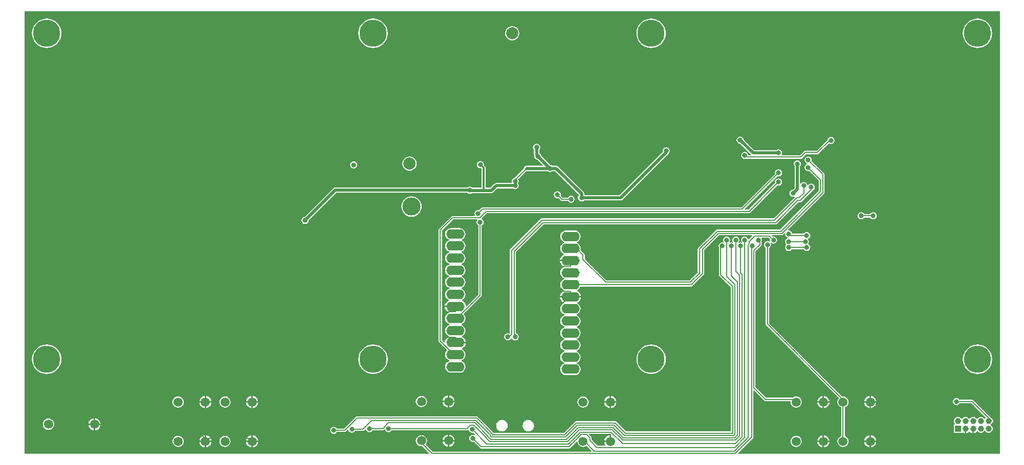
<source format=gbl>
G04 Layer_Physical_Order=2*
G04 Layer_Color=16711680*
%FSLAX24Y24*%
%MOIN*%
G70*
G01*
G75*
%ADD30C,0.0080*%
%ADD31C,0.0120*%
%ADD32C,0.0060*%
%ADD33C,0.0200*%
%ADD35R,0.0394X0.0394*%
%ADD36C,0.0394*%
%ADD37C,0.0591*%
%ADD38O,0.1181X0.0630*%
%ADD39C,0.0787*%
%ADD40C,0.0866*%
%ADD41C,0.1181*%
%ADD42C,0.1772*%
%ADD43C,0.0320*%
%ADD44C,0.0500*%
%ADD45C,0.0260*%
G36*
X-2595Y-26173D02*
X-2607Y-26198D01*
Y-26614D01*
X-2657D01*
Y-26664D01*
X-3050D01*
X-3043Y-26717D01*
X-3003Y-26814D01*
X-2969Y-26857D01*
X-2994Y-26907D01*
X-3489D01*
X-3868Y-26528D01*
Y-26401D01*
X-3868Y-26401D01*
X-3877Y-26358D01*
X-3901Y-26322D01*
X-3901Y-26322D01*
X-4051Y-26172D01*
X-4032Y-26126D01*
X-2643D01*
X-2595Y-26173D01*
D02*
G37*
G36*
X22712Y-27165D02*
Y-27437D01*
X5670D01*
X5651Y-27391D01*
X6622Y-26419D01*
X6622Y-26419D01*
X6647Y-26383D01*
X6655Y-26340D01*
Y-23316D01*
X6701Y-23297D01*
X7373Y-23968D01*
X7409Y-23993D01*
X7452Y-24001D01*
X7452Y-24001D01*
X9050D01*
X9083Y-24039D01*
X9080Y-24055D01*
X9093Y-24150D01*
X9130Y-24239D01*
X9188Y-24316D01*
X9265Y-24374D01*
X9353Y-24411D01*
X9449Y-24424D01*
X9544Y-24411D01*
X9633Y-24374D01*
X9709Y-24316D01*
X9768Y-24239D01*
X9805Y-24150D01*
X9817Y-24055D01*
X9805Y-23960D01*
X9768Y-23871D01*
X9709Y-23795D01*
X9633Y-23736D01*
X9544Y-23699D01*
X9449Y-23687D01*
X9353Y-23699D01*
X9265Y-23736D01*
X9211Y-23777D01*
X7498D01*
X6805Y-23083D01*
Y-14220D01*
X7166Y-13859D01*
X7166Y-13859D01*
X7190Y-13822D01*
X7199Y-13780D01*
Y-13583D01*
X7205Y-13574D01*
X7223Y-13484D01*
X7205Y-13395D01*
X7189Y-13371D01*
X7212Y-13326D01*
X7656D01*
X7751Y-13421D01*
X7738Y-13484D01*
X7753Y-13559D01*
X7713Y-13592D01*
X7712Y-13592D01*
X7668Y-13563D01*
X7579Y-13545D01*
X7489Y-13563D01*
X7413Y-13614D01*
X7362Y-13690D01*
X7344Y-13780D01*
X7362Y-13869D01*
X7413Y-13945D01*
X7467Y-13981D01*
Y-18967D01*
X7467Y-18967D01*
X7475Y-19010D01*
X7499Y-19046D01*
X12240Y-23787D01*
X12239Y-23795D01*
X12181Y-23871D01*
X12144Y-23960D01*
X12132Y-24055D01*
X12144Y-24150D01*
X12181Y-24239D01*
X12239Y-24316D01*
X12316Y-24374D01*
X12389Y-24404D01*
Y-26265D01*
X12316Y-26295D01*
X12239Y-26354D01*
X12181Y-26430D01*
X12144Y-26519D01*
X12132Y-26614D01*
X12144Y-26710D01*
X12181Y-26798D01*
X12239Y-26875D01*
X12316Y-26933D01*
X12405Y-26970D01*
X12500Y-26983D01*
X12595Y-26970D01*
X12684Y-26933D01*
X12761Y-26875D01*
X12819Y-26798D01*
X12856Y-26710D01*
X12868Y-26614D01*
X12856Y-26519D01*
X12819Y-26430D01*
X12761Y-26354D01*
X12684Y-26295D01*
X12613Y-26266D01*
Y-24404D01*
X12684Y-24374D01*
X12761Y-24316D01*
X12819Y-24239D01*
X12856Y-24150D01*
X12868Y-24055D01*
X12856Y-23960D01*
X12819Y-23871D01*
X12761Y-23795D01*
X12684Y-23736D01*
X12595Y-23699D01*
X12500Y-23687D01*
X12462Y-23692D01*
X7691Y-18920D01*
Y-13981D01*
X7745Y-13945D01*
X7795Y-13869D01*
X7813Y-13780D01*
X7798Y-13705D01*
X7838Y-13672D01*
X7839Y-13672D01*
X7883Y-13701D01*
X7972Y-13719D01*
X8062Y-13701D01*
X8138Y-13650D01*
X8189Y-13574D01*
X8207Y-13484D01*
X8189Y-13395D01*
X8138Y-13318D01*
X8062Y-13268D01*
X7972Y-13250D01*
X7909Y-13262D01*
X7869Y-13223D01*
X7889Y-13176D01*
X8506D01*
X8506Y-13176D01*
X8549Y-13168D01*
X8585Y-13144D01*
X8679Y-13050D01*
X8725Y-13074D01*
X8722Y-13091D01*
X8740Y-13180D01*
X8791Y-13256D01*
X8867Y-13307D01*
X8887Y-13311D01*
Y-13362D01*
X8867Y-13366D01*
X8791Y-13417D01*
X8740Y-13493D01*
X8722Y-13583D01*
X8740Y-13672D01*
X8791Y-13749D01*
X8800Y-13755D01*
Y-13805D01*
X8791Y-13811D01*
X8740Y-13887D01*
X8722Y-13976D01*
X8740Y-14066D01*
X8791Y-14142D01*
X8867Y-14193D01*
X8957Y-14211D01*
X9046Y-14193D01*
X9123Y-14142D01*
X9158Y-14089D01*
X9936D01*
X9972Y-14142D01*
X10048Y-14193D01*
X10138Y-14211D01*
X10228Y-14193D01*
X10304Y-14142D01*
X10354Y-14066D01*
X10372Y-13976D01*
X10354Y-13887D01*
X10304Y-13811D01*
X10228Y-13760D01*
X10231Y-13709D01*
X10256Y-13672D01*
X10274Y-13583D01*
X10256Y-13493D01*
X10231Y-13456D01*
X10228Y-13406D01*
X10304Y-13355D01*
X10354Y-13279D01*
X10372Y-13189D01*
X10354Y-13099D01*
X10304Y-13023D01*
X10228Y-12972D01*
X10138Y-12954D01*
X10048Y-12972D01*
X9972Y-13023D01*
X9936Y-13077D01*
X9188D01*
X9173Y-13001D01*
X9123Y-12925D01*
X9046Y-12874D01*
X8957Y-12856D01*
X8940Y-12859D01*
X8916Y-12813D01*
X11253Y-10476D01*
X11253Y-10476D01*
X11277Y-10440D01*
X11286Y-10397D01*
Y-9205D01*
X11286Y-9205D01*
X11277Y-9162D01*
X11253Y-9126D01*
X11253Y-9126D01*
X10458Y-8331D01*
X10471Y-8268D01*
X10453Y-8178D01*
X10402Y-8102D01*
X10326Y-8051D01*
X10236Y-8033D01*
X10146Y-8051D01*
X10070Y-8102D01*
X10020Y-8178D01*
X10002Y-8268D01*
X10020Y-8357D01*
X10070Y-8434D01*
X10146Y-8484D01*
X10166Y-8488D01*
Y-8539D01*
X10146Y-8543D01*
X10070Y-8594D01*
X10020Y-8670D01*
X10002Y-8760D01*
X10020Y-8850D01*
X10070Y-8926D01*
X10146Y-8977D01*
X10236Y-8994D01*
X10300Y-8982D01*
X10911Y-9594D01*
Y-10288D01*
X8398Y-12802D01*
X4310D01*
X4310Y-12802D01*
X4267Y-12811D01*
X4231Y-12835D01*
X3070Y-13995D01*
X3046Y-14032D01*
X3037Y-14075D01*
X3037Y-14075D01*
Y-15603D01*
X2513Y-16128D01*
X-2912D01*
X-4317Y-14723D01*
Y-14469D01*
X-4317Y-14468D01*
X-4326Y-14426D01*
X-4350Y-14389D01*
X-4350Y-14389D01*
X-4600Y-14139D01*
X-4599Y-14138D01*
X-4586Y-14037D01*
X-4599Y-13937D01*
X-4638Y-13843D01*
X-4700Y-13763D01*
X-4780Y-13701D01*
X-4854Y-13671D01*
Y-13617D01*
X-4780Y-13586D01*
X-4700Y-13525D01*
X-4638Y-13444D01*
X-4599Y-13350D01*
X-4586Y-13250D01*
X-4599Y-13149D01*
X-4638Y-13056D01*
X-4700Y-12975D01*
X-4780Y-12914D01*
X-4874Y-12875D01*
X-4974Y-12862D01*
X-5526D01*
X-5626Y-12875D01*
X-5720Y-12914D01*
X-5800Y-12975D01*
X-5862Y-13056D01*
X-5901Y-13149D01*
X-5914Y-13250D01*
X-5901Y-13350D01*
X-5862Y-13444D01*
X-5800Y-13525D01*
X-5720Y-13586D01*
X-5646Y-13617D01*
Y-13671D01*
X-5720Y-13701D01*
X-5800Y-13763D01*
X-5862Y-13843D01*
X-5901Y-13937D01*
X-5914Y-14037D01*
X-5901Y-14138D01*
X-5862Y-14232D01*
X-5800Y-14312D01*
X-5720Y-14374D01*
X-5686Y-14388D01*
Y-14442D01*
X-5735Y-14462D01*
X-5822Y-14529D01*
X-5888Y-14616D01*
X-5930Y-14716D01*
X-5938Y-14775D01*
X-5250D01*
Y-14875D01*
X-5938D01*
X-5930Y-14933D01*
X-5888Y-15034D01*
X-5822Y-15121D01*
X-5735Y-15187D01*
X-5686Y-15208D01*
Y-15262D01*
X-5720Y-15276D01*
X-5800Y-15338D01*
X-5862Y-15418D01*
X-5901Y-15512D01*
X-5914Y-15612D01*
X-5901Y-15713D01*
X-5862Y-15806D01*
X-5800Y-15887D01*
X-5720Y-15948D01*
X-5646Y-15979D01*
Y-16033D01*
X-5720Y-16063D01*
X-5800Y-16125D01*
X-5862Y-16205D01*
X-5901Y-16299D01*
X-5914Y-16400D01*
X-5901Y-16500D01*
X-5862Y-16594D01*
X-5800Y-16674D01*
X-5720Y-16736D01*
X-5686Y-16750D01*
Y-16804D01*
X-5735Y-16825D01*
X-5822Y-16891D01*
X-5888Y-16978D01*
X-5930Y-17079D01*
X-5938Y-17137D01*
X-5250D01*
X-4562D01*
X-4570Y-17079D01*
X-4612Y-16978D01*
X-4678Y-16891D01*
X-4765Y-16825D01*
X-4814Y-16804D01*
Y-16750D01*
X-4780Y-16736D01*
X-4700Y-16674D01*
X-4638Y-16594D01*
X-4604Y-16512D01*
X2612D01*
X2612Y-16512D01*
X2655Y-16503D01*
X2691Y-16479D01*
X3426Y-15744D01*
X3426Y-15744D01*
X3450Y-15708D01*
X3459Y-15665D01*
X3459Y-15665D01*
Y-14137D01*
X4419Y-13176D01*
X6555D01*
X6574Y-13223D01*
X6370Y-13426D01*
X6322Y-13412D01*
X6319Y-13395D01*
X6268Y-13318D01*
X6192Y-13268D01*
X6102Y-13250D01*
X6013Y-13268D01*
X5937Y-13318D01*
X5886Y-13395D01*
X5868Y-13484D01*
X5886Y-13574D01*
X5915Y-13618D01*
X5915Y-13618D01*
X5882Y-13658D01*
X5807Y-13643D01*
X5732Y-13658D01*
X5699Y-13618D01*
X5699Y-13618D01*
X5728Y-13574D01*
X5746Y-13484D01*
X5728Y-13395D01*
X5678Y-13318D01*
X5602Y-13268D01*
X5512Y-13250D01*
X5422Y-13268D01*
X5346Y-13318D01*
X5295Y-13395D01*
X5277Y-13484D01*
X5295Y-13574D01*
X5324Y-13618D01*
X5324Y-13618D01*
X5291Y-13658D01*
X5217Y-13643D01*
X5142Y-13658D01*
X5109Y-13618D01*
X5109Y-13618D01*
X5138Y-13574D01*
X5156Y-13484D01*
X5138Y-13395D01*
X5087Y-13318D01*
X5011Y-13268D01*
X4921Y-13250D01*
X4832Y-13268D01*
X4755Y-13318D01*
X4705Y-13395D01*
X4687Y-13484D01*
X4705Y-13574D01*
X4734Y-13618D01*
X4734Y-13618D01*
X4701Y-13658D01*
X4626Y-13643D01*
X4536Y-13661D01*
X4460Y-13712D01*
X4409Y-13788D01*
X4391Y-13878D01*
X4409Y-13968D01*
X4415Y-13977D01*
Y-15748D01*
X4415Y-15748D01*
X4424Y-15791D01*
X4448Y-15827D01*
X5203Y-16582D01*
Y-25971D01*
X-1627D01*
X-2263Y-25334D01*
X-2299Y-25310D01*
X-2342Y-25301D01*
X-2342Y-25301D01*
X-4864D01*
X-4864Y-25301D01*
X-4907Y-25310D01*
X-4944Y-25334D01*
X-4944Y-25334D01*
X-5678Y-26069D01*
X-10241D01*
X-10255Y-26048D01*
X-10255Y-26048D01*
X-11276Y-25027D01*
X-11312Y-25003D01*
X-11355Y-24995D01*
X-11355Y-24995D01*
X-19150D01*
X-19193Y-25003D01*
X-19229Y-25027D01*
X-19229Y-25027D01*
X-19989Y-25787D01*
X-20468D01*
X-20503Y-25733D01*
X-20580Y-25682D01*
X-20669Y-25664D01*
X-20759Y-25682D01*
X-20835Y-25733D01*
X-20886Y-25809D01*
X-20904Y-25899D01*
X-20886Y-25989D01*
X-20835Y-26065D01*
X-20759Y-26115D01*
X-20669Y-26133D01*
X-20580Y-26115D01*
X-20503Y-26065D01*
X-20468Y-26011D01*
X-19942D01*
X-19942Y-26011D01*
X-19899Y-26002D01*
X-19863Y-25978D01*
X-19758Y-25874D01*
X-19710Y-25888D01*
X-19705Y-25917D01*
X-19654Y-25993D01*
X-19578Y-26043D01*
X-19488Y-26061D01*
X-19398Y-26043D01*
X-19322Y-25993D01*
X-19287Y-25939D01*
X-18768D01*
X-18768Y-25939D01*
X-18725Y-25930D01*
X-18688Y-25906D01*
X-18617Y-25834D01*
X-18569Y-25849D01*
X-18563Y-25877D01*
X-18512Y-25953D01*
X-18436Y-26004D01*
X-18346Y-26022D01*
X-18257Y-26004D01*
X-18181Y-25953D01*
X-18145Y-25900D01*
X-17484D01*
X-17484Y-25900D01*
X-17441Y-25891D01*
X-17405Y-25867D01*
X-17372Y-25834D01*
X-17325Y-25849D01*
X-17319Y-25877D01*
X-17268Y-25953D01*
X-17192Y-26004D01*
X-17102Y-26022D01*
X-17013Y-26004D01*
X-16937Y-25953D01*
X-16901Y-25900D01*
X-11996D01*
X-11996Y-25900D01*
X-11953Y-25891D01*
X-11929Y-25875D01*
X-11876Y-25889D01*
X-11870Y-25917D01*
X-11819Y-25993D01*
X-11743Y-26043D01*
X-11654Y-26061D01*
X-11590Y-26049D01*
X-11446Y-26193D01*
X-11478Y-26232D01*
X-11524Y-26201D01*
X-11614Y-26183D01*
X-11704Y-26201D01*
X-11780Y-26251D01*
X-11831Y-26328D01*
X-11849Y-26417D01*
X-11831Y-26507D01*
X-11780Y-26583D01*
X-11704Y-26634D01*
X-11614Y-26652D01*
X-11551Y-26639D01*
X-11142Y-27048D01*
X-11142Y-27048D01*
X-11106Y-27072D01*
X-11063Y-27081D01*
X-11063Y-27081D01*
X-5359D01*
X-5359Y-27081D01*
X-5316Y-27072D01*
X-5279Y-27048D01*
X-4845Y-26614D01*
X-4795Y-26634D01*
X-4785Y-26710D01*
X-4748Y-26798D01*
X-4690Y-26875D01*
X-4613Y-26933D01*
X-4524Y-26970D01*
X-4429Y-26983D01*
X-4334Y-26970D01*
X-4245Y-26933D01*
X-4208Y-26905D01*
X-3873Y-27241D01*
X-3892Y-27287D01*
X-14233D01*
X-14693Y-26827D01*
X-14642Y-26760D01*
X-14605Y-26671D01*
X-14592Y-26576D01*
X-14605Y-26480D01*
X-14642Y-26391D01*
X-14700Y-26315D01*
X-14776Y-26257D01*
X-14802Y-26246D01*
X-14807Y-26240D01*
X-14843Y-26215D01*
X-14886Y-26207D01*
X-14917Y-26213D01*
X-14961Y-26207D01*
X-15056Y-26220D01*
X-15145Y-26257D01*
X-15221Y-26315D01*
X-15280Y-26391D01*
X-15316Y-26480D01*
X-15329Y-26576D01*
X-15316Y-26671D01*
X-15280Y-26760D01*
X-15221Y-26836D01*
X-15145Y-26895D01*
X-15056Y-26932D01*
X-14961Y-26944D01*
X-14901Y-26936D01*
X-14447Y-27391D01*
X-14466Y-27437D01*
X-40823D01*
Y1452D01*
X22712D01*
Y-27165D01*
D02*
G37*
%LPC*%
G36*
X-7998Y-25221D02*
X-8095Y-25234D01*
X-8185Y-25271D01*
X-8262Y-25330D01*
X-8321Y-25408D01*
X-8359Y-25498D01*
X-8371Y-25594D01*
X-8359Y-25691D01*
X-8321Y-25781D01*
X-8262Y-25858D01*
X-8185Y-25917D01*
X-8095Y-25955D01*
X-7998Y-25967D01*
X-7902Y-25955D01*
X-7812Y-25917D01*
X-7734Y-25858D01*
X-7675Y-25781D01*
X-7638Y-25691D01*
X-7625Y-25594D01*
X-7638Y-25498D01*
X-7675Y-25408D01*
X-7734Y-25330D01*
X-7812Y-25271D01*
X-7902Y-25234D01*
X-7998Y-25221D01*
D02*
G37*
G36*
X-35858Y-25550D02*
X-36200D01*
Y-25892D01*
X-36147Y-25885D01*
X-36051Y-25845D01*
X-35968Y-25782D01*
X-35905Y-25699D01*
X-35865Y-25603D01*
X-35858Y-25550D01*
D02*
G37*
G36*
X-36300D02*
X-36642D01*
X-36635Y-25603D01*
X-36595Y-25699D01*
X-36532Y-25782D01*
X-36449Y-25845D01*
X-36353Y-25885D01*
X-36300Y-25892D01*
Y-25550D01*
D02*
G37*
G36*
X11270Y-26222D02*
Y-26564D01*
X11613D01*
X11606Y-26511D01*
X11566Y-26415D01*
X11502Y-26332D01*
X11420Y-26269D01*
X11324Y-26229D01*
X11270Y-26222D01*
D02*
G37*
G36*
X11170Y-26222D02*
X11117Y-26229D01*
X11021Y-26269D01*
X10939Y-26332D01*
X10875Y-26415D01*
X10835Y-26511D01*
X10828Y-26564D01*
X11170D01*
Y-26222D01*
D02*
G37*
G36*
X-13239Y-26184D02*
X-13292Y-26191D01*
X-13388Y-26230D01*
X-13471Y-26294D01*
X-13534Y-26376D01*
X-13574Y-26472D01*
X-13581Y-26526D01*
X-13239D01*
Y-26184D01*
D02*
G37*
G36*
X-9718Y-25221D02*
X-9815Y-25234D01*
X-9905Y-25271D01*
X-9982Y-25330D01*
X-10041Y-25408D01*
X-10079Y-25498D01*
X-10091Y-25594D01*
X-10079Y-25691D01*
X-10041Y-25781D01*
X-9982Y-25858D01*
X-9905Y-25917D01*
X-9815Y-25955D01*
X-9718Y-25967D01*
X-9622Y-25955D01*
X-9532Y-25917D01*
X-9454Y-25858D01*
X-9395Y-25781D01*
X-9358Y-25691D01*
X-9345Y-25594D01*
X-9358Y-25498D01*
X-9395Y-25408D01*
X-9454Y-25330D01*
X-9532Y-25271D01*
X-9622Y-25234D01*
X-9718Y-25221D01*
D02*
G37*
G36*
X-13139Y-26184D02*
Y-26526D01*
X-12797D01*
X-12804Y-26472D01*
X-12844Y-26376D01*
X-12907Y-26294D01*
X-12990Y-26230D01*
X-13086Y-26191D01*
X-13139Y-26184D01*
D02*
G37*
G36*
X-39250Y-25132D02*
X-39345Y-25144D01*
X-39434Y-25181D01*
X-39511Y-25239D01*
X-39569Y-25316D01*
X-39606Y-25405D01*
X-39618Y-25500D01*
X-39606Y-25595D01*
X-39569Y-25684D01*
X-39511Y-25761D01*
X-39434Y-25819D01*
X-39345Y-25856D01*
X-39250Y-25868D01*
X-39155Y-25856D01*
X-39066Y-25819D01*
X-38989Y-25761D01*
X-38931Y-25684D01*
X-38894Y-25595D01*
X-38882Y-25500D01*
X-38894Y-25405D01*
X-38931Y-25316D01*
X-38989Y-25239D01*
X-39066Y-25181D01*
X-39155Y-25144D01*
X-39250Y-25132D01*
D02*
G37*
G36*
X-28643Y-24105D02*
X-28985D01*
Y-24447D01*
X-28932Y-24440D01*
X-28836Y-24400D01*
X-28754Y-24337D01*
X-28690Y-24254D01*
X-28650Y-24158D01*
X-28643Y-24105D01*
D02*
G37*
G36*
X-2265Y-24105D02*
X-2607D01*
Y-24447D01*
X-2554Y-24440D01*
X-2458Y-24400D01*
X-2376Y-24337D01*
X-2312Y-24254D01*
X-2272Y-24158D01*
X-2265Y-24105D01*
D02*
G37*
G36*
X14222Y-24105D02*
X13880D01*
X13887Y-24158D01*
X13926Y-24254D01*
X13990Y-24337D01*
X14072Y-24400D01*
X14168Y-24440D01*
X14222Y-24447D01*
Y-24105D01*
D02*
G37*
G36*
X-29085Y-24105D02*
X-29428D01*
X-29421Y-24158D01*
X-29381Y-24254D01*
X-29317Y-24337D01*
X-29235Y-24400D01*
X-29139Y-24440D01*
X-29085Y-24447D01*
Y-24105D01*
D02*
G37*
G36*
X14664Y-24105D02*
X14322D01*
Y-24447D01*
X14375Y-24440D01*
X14471Y-24400D01*
X14554Y-24337D01*
X14617Y-24254D01*
X14657Y-24158D01*
X14664Y-24105D01*
D02*
G37*
G36*
X-36200Y-25108D02*
Y-25450D01*
X-35858D01*
X-35865Y-25397D01*
X-35905Y-25301D01*
X-35968Y-25218D01*
X-36051Y-25155D01*
X-36147Y-25115D01*
X-36200Y-25108D01*
D02*
G37*
G36*
X-36300D02*
X-36353Y-25115D01*
X-36449Y-25155D01*
X-36532Y-25218D01*
X-36595Y-25301D01*
X-36635Y-25397D01*
X-36642Y-25450D01*
X-36300D01*
Y-25108D01*
D02*
G37*
G36*
X19882Y-23781D02*
X19792Y-23799D01*
X19716Y-23850D01*
X19665Y-23926D01*
X19647Y-24016D01*
X19665Y-24105D01*
X19716Y-24182D01*
X19792Y-24232D01*
X19882Y-24250D01*
X19972Y-24232D01*
X20048Y-24182D01*
X20084Y-24128D01*
X20859D01*
X21792Y-25061D01*
X21790Y-25097D01*
X21760Y-25136D01*
X21750Y-25139D01*
X21710D01*
X21700Y-25136D01*
X21671Y-25097D01*
X21615Y-25054D01*
X21550Y-25027D01*
X21480Y-25018D01*
X21411Y-25027D01*
X21346Y-25054D01*
X21290Y-25097D01*
X21260Y-25136D01*
X21250Y-25139D01*
X21210D01*
X21200Y-25136D01*
X21171Y-25097D01*
X21115Y-25054D01*
X21050Y-25027D01*
X20980Y-25018D01*
X20911Y-25027D01*
X20846Y-25054D01*
X20790Y-25097D01*
X20760Y-25136D01*
X20750Y-25139D01*
X20710D01*
X20700Y-25136D01*
X20671Y-25097D01*
X20615Y-25054D01*
X20550Y-25027D01*
X20480Y-25018D01*
X20411Y-25027D01*
X20346Y-25054D01*
X20290Y-25097D01*
X20260Y-25136D01*
X20250Y-25139D01*
X20210D01*
X20200Y-25136D01*
X20171Y-25097D01*
X20115Y-25054D01*
X20050Y-25027D01*
X19980Y-25018D01*
X19911Y-25027D01*
X19846Y-25054D01*
X19790Y-25097D01*
X19747Y-25153D01*
X19720Y-25218D01*
X19711Y-25287D01*
X19720Y-25357D01*
X19747Y-25422D01*
X19784Y-25471D01*
X19778Y-25498D01*
X19764Y-25521D01*
X19713D01*
Y-26054D01*
X20247D01*
Y-26046D01*
X20297Y-26021D01*
X20331Y-26047D01*
X20403Y-26077D01*
X20430Y-26080D01*
Y-25787D01*
X20530D01*
Y-26080D01*
X20558Y-26077D01*
X20630Y-26047D01*
X20692Y-25999D01*
X20705Y-25982D01*
X20755D01*
X20769Y-25999D01*
X20831Y-26047D01*
X20903Y-26077D01*
X20930Y-26080D01*
Y-25787D01*
X21030D01*
Y-26080D01*
X21058Y-26077D01*
X21130Y-26047D01*
X21192Y-25999D01*
X21218Y-25966D01*
X21280Y-25965D01*
X21290Y-25978D01*
X21346Y-26021D01*
X21411Y-26047D01*
X21480Y-26057D01*
X21550Y-26047D01*
X21615Y-26021D01*
X21671Y-25978D01*
X21700Y-25939D01*
X21710Y-25936D01*
X21750D01*
X21760Y-25939D01*
X21790Y-25978D01*
X21846Y-26021D01*
X21911Y-26047D01*
X21980Y-26057D01*
X22050Y-26047D01*
X22115Y-26021D01*
X22171Y-25978D01*
X22213Y-25922D01*
X22240Y-25857D01*
X22249Y-25787D01*
X22240Y-25718D01*
X22213Y-25653D01*
X22171Y-25597D01*
X22132Y-25568D01*
X22128Y-25557D01*
Y-25517D01*
X22132Y-25507D01*
X22171Y-25478D01*
X22213Y-25422D01*
X22229Y-25385D01*
X22256Y-25367D01*
X22281Y-25330D01*
X22289Y-25287D01*
X22281Y-25244D01*
X22256Y-25208D01*
X22222Y-25174D01*
X22213Y-25153D01*
X22171Y-25097D01*
X22115Y-25054D01*
X22094Y-25046D01*
X20985Y-23936D01*
X20948Y-23912D01*
X20906Y-23904D01*
X20906Y-23904D01*
X20084D01*
X20048Y-23850D01*
X19972Y-23799D01*
X19882Y-23781D01*
D02*
G37*
G36*
X-26034Y-24105D02*
X-26376D01*
X-26369Y-24158D01*
X-26330Y-24254D01*
X-26266Y-24337D01*
X-26184Y-24400D01*
X-26087Y-24440D01*
X-26034Y-24447D01*
Y-24105D01*
D02*
G37*
G36*
X11613Y-24105D02*
X11270D01*
Y-24447D01*
X11324Y-24440D01*
X11420Y-24400D01*
X11502Y-24337D01*
X11566Y-24254D01*
X11606Y-24158D01*
X11613Y-24105D01*
D02*
G37*
G36*
X-2707Y-26222D02*
X-2761Y-26229D01*
X-2857Y-26269D01*
X-2939Y-26332D01*
X-3003Y-26415D01*
X-3043Y-26511D01*
X-3050Y-26564D01*
X-2707D01*
Y-26222D01*
D02*
G37*
G36*
X-25592Y-26664D02*
X-25934D01*
Y-27006D01*
X-25881Y-26999D01*
X-25785Y-26959D01*
X-25702Y-26896D01*
X-25639Y-26814D01*
X-25599Y-26717D01*
X-25592Y-26664D01*
D02*
G37*
G36*
X-29085Y-26664D02*
X-29428D01*
X-29421Y-26717D01*
X-29381Y-26814D01*
X-29317Y-26896D01*
X-29235Y-26959D01*
X-29139Y-26999D01*
X-29085Y-27006D01*
Y-26664D01*
D02*
G37*
G36*
X-30807Y-26246D02*
X-30902Y-26258D01*
X-30991Y-26295D01*
X-31068Y-26354D01*
X-31126Y-26430D01*
X-31163Y-26519D01*
X-31176Y-26614D01*
X-31163Y-26710D01*
X-31126Y-26798D01*
X-31068Y-26875D01*
X-30991Y-26933D01*
X-30902Y-26970D01*
X-30807Y-26983D01*
X-30712Y-26970D01*
X-30623Y-26933D01*
X-30547Y-26875D01*
X-30488Y-26798D01*
X-30451Y-26710D01*
X-30439Y-26614D01*
X-30451Y-26519D01*
X-30488Y-26430D01*
X-30547Y-26354D01*
X-30623Y-26295D01*
X-30712Y-26258D01*
X-30807Y-26246D01*
D02*
G37*
G36*
X11170Y-26664D02*
X10828D01*
X10835Y-26717D01*
X10875Y-26814D01*
X10939Y-26896D01*
X11021Y-26959D01*
X11117Y-26999D01*
X11170Y-27006D01*
Y-26664D01*
D02*
G37*
G36*
X14664Y-26664D02*
X14322D01*
Y-27006D01*
X14375Y-26999D01*
X14471Y-26959D01*
X14554Y-26896D01*
X14617Y-26814D01*
X14657Y-26717D01*
X14664Y-26664D01*
D02*
G37*
G36*
X-26034Y-26664D02*
X-26376D01*
X-26369Y-26717D01*
X-26330Y-26814D01*
X-26266Y-26896D01*
X-26184Y-26959D01*
X-26087Y-26999D01*
X-26034Y-27006D01*
Y-26664D01*
D02*
G37*
G36*
X11613Y-26664D02*
X11270D01*
Y-27006D01*
X11324Y-26999D01*
X11420Y-26959D01*
X11502Y-26896D01*
X11566Y-26814D01*
X11606Y-26717D01*
X11613Y-26664D01*
D02*
G37*
G36*
X14222Y-26664D02*
X13880D01*
X13887Y-26717D01*
X13926Y-26814D01*
X13990Y-26896D01*
X14072Y-26959D01*
X14168Y-26999D01*
X14222Y-27006D01*
Y-26664D01*
D02*
G37*
G36*
X-28643Y-26664D02*
X-28985D01*
Y-27006D01*
X-28932Y-26999D01*
X-28836Y-26959D01*
X-28754Y-26896D01*
X-28690Y-26814D01*
X-28650Y-26717D01*
X-28643Y-26664D01*
D02*
G37*
G36*
X-27756Y-26246D02*
X-27851Y-26258D01*
X-27940Y-26295D01*
X-28016Y-26354D01*
X-28075Y-26430D01*
X-28112Y-26519D01*
X-28124Y-26614D01*
X-28112Y-26710D01*
X-28075Y-26798D01*
X-28016Y-26875D01*
X-27940Y-26933D01*
X-27851Y-26970D01*
X-27756Y-26983D01*
X-27661Y-26970D01*
X-27572Y-26933D01*
X-27495Y-26875D01*
X-27437Y-26798D01*
X-27400Y-26710D01*
X-27387Y-26614D01*
X-27400Y-26519D01*
X-27437Y-26430D01*
X-27495Y-26354D01*
X-27572Y-26295D01*
X-27661Y-26258D01*
X-27756Y-26246D01*
D02*
G37*
G36*
X14322Y-26222D02*
Y-26564D01*
X14664D01*
X14657Y-26511D01*
X14617Y-26415D01*
X14554Y-26332D01*
X14471Y-26269D01*
X14375Y-26229D01*
X14322Y-26222D01*
D02*
G37*
G36*
X14222D02*
X14168Y-26229D01*
X14072Y-26269D01*
X13990Y-26332D01*
X13926Y-26415D01*
X13887Y-26511D01*
X13880Y-26564D01*
X14222D01*
Y-26222D01*
D02*
G37*
G36*
X-28985D02*
Y-26564D01*
X-28643D01*
X-28650Y-26511D01*
X-28690Y-26415D01*
X-28754Y-26332D01*
X-28836Y-26269D01*
X-28932Y-26229D01*
X-28985Y-26222D01*
D02*
G37*
G36*
X-29085D02*
X-29139Y-26229D01*
X-29235Y-26269D01*
X-29317Y-26332D01*
X-29381Y-26415D01*
X-29421Y-26511D01*
X-29428Y-26564D01*
X-29085D01*
Y-26222D01*
D02*
G37*
G36*
X-25934D02*
Y-26564D01*
X-25592D01*
X-25599Y-26511D01*
X-25639Y-26415D01*
X-25702Y-26332D01*
X-25785Y-26269D01*
X-25881Y-26229D01*
X-25934Y-26222D01*
D02*
G37*
G36*
X-12797Y-26626D02*
X-13139D01*
Y-26968D01*
X-13086Y-26961D01*
X-12990Y-26921D01*
X-12907Y-26858D01*
X-12844Y-26775D01*
X-12804Y-26679D01*
X-12797Y-26626D01*
D02*
G37*
G36*
X9449Y-26246D02*
X9353Y-26258D01*
X9265Y-26295D01*
X9188Y-26354D01*
X9130Y-26430D01*
X9093Y-26519D01*
X9080Y-26614D01*
X9093Y-26710D01*
X9130Y-26798D01*
X9188Y-26875D01*
X9265Y-26933D01*
X9353Y-26970D01*
X9449Y-26983D01*
X9544Y-26970D01*
X9633Y-26933D01*
X9709Y-26875D01*
X9768Y-26798D01*
X9805Y-26710D01*
X9817Y-26614D01*
X9805Y-26519D01*
X9768Y-26430D01*
X9709Y-26354D01*
X9633Y-26295D01*
X9544Y-26258D01*
X9449Y-26246D01*
D02*
G37*
G36*
X-26034Y-26222D02*
X-26087Y-26229D01*
X-26184Y-26269D01*
X-26266Y-26332D01*
X-26330Y-26415D01*
X-26369Y-26511D01*
X-26376Y-26564D01*
X-26034D01*
Y-26222D01*
D02*
G37*
G36*
X-13239Y-26626D02*
X-13581D01*
X-13574Y-26679D01*
X-13534Y-26775D01*
X-13471Y-26858D01*
X-13388Y-26921D01*
X-13292Y-26961D01*
X-13239Y-26968D01*
Y-26626D01*
D02*
G37*
G36*
X-2707Y-24105D02*
X-3050D01*
X-3043Y-24158D01*
X-3003Y-24254D01*
X-2939Y-24337D01*
X-2857Y-24400D01*
X-2761Y-24440D01*
X-2707Y-24447D01*
Y-24105D01*
D02*
G37*
G36*
X14468Y-11675D02*
X14379Y-11693D01*
X14303Y-11744D01*
X14267Y-11797D01*
X13883D01*
X13847Y-11744D01*
X13771Y-11693D01*
X13681Y-11675D01*
X13591Y-11693D01*
X13515Y-11744D01*
X13464Y-11820D01*
X13447Y-11909D01*
X13464Y-11999D01*
X13515Y-12075D01*
X13591Y-12126D01*
X13681Y-12144D01*
X13771Y-12126D01*
X13847Y-12075D01*
X13883Y-12022D01*
X14267D01*
X14303Y-12075D01*
X14379Y-12126D01*
X14468Y-12144D01*
X14558Y-12126D01*
X14634Y-12075D01*
X14685Y-11999D01*
X14703Y-11909D01*
X14685Y-11820D01*
X14634Y-11744D01*
X14558Y-11693D01*
X14468Y-11675D01*
D02*
G37*
G36*
X-15608Y-10635D02*
X-15738Y-10648D01*
X-15862Y-10686D01*
X-15977Y-10747D01*
X-16078Y-10830D01*
X-16160Y-10930D01*
X-16221Y-11045D01*
X-16259Y-11170D01*
X-16272Y-11299D01*
X-16259Y-11429D01*
X-16221Y-11553D01*
X-16160Y-11668D01*
X-16078Y-11769D01*
X-15977Y-11851D01*
X-15862Y-11912D01*
X-15738Y-11950D01*
X-15608Y-11963D01*
X-15479Y-11950D01*
X-15354Y-11912D01*
X-15240Y-11851D01*
X-15139Y-11769D01*
X-15056Y-11668D01*
X-14995Y-11553D01*
X-14957Y-11429D01*
X-14945Y-11299D01*
X-14957Y-11170D01*
X-14995Y-11045D01*
X-15056Y-10930D01*
X-15139Y-10830D01*
X-15240Y-10747D01*
X-15354Y-10686D01*
X-15479Y-10648D01*
X-15608Y-10635D01*
D02*
G37*
G36*
X9525Y-8281D02*
X9435Y-8299D01*
X9359Y-8350D01*
X9308Y-8426D01*
X9290Y-8516D01*
X9308Y-8605D01*
X9352Y-8670D01*
Y-10088D01*
X9239Y-10201D01*
X9162Y-10216D01*
X9086Y-10267D01*
X9035Y-10343D01*
X9017Y-10433D01*
X9035Y-10523D01*
X9086Y-10599D01*
X9162Y-10650D01*
X9252Y-10668D01*
X9338Y-10650D01*
X9341Y-10653D01*
X9355Y-10704D01*
X7989Y-12070D01*
X-7122D01*
X-7165Y-12079D01*
X-7201Y-12103D01*
X-7201Y-12103D01*
X-9174Y-14076D01*
X-9198Y-14112D01*
X-9207Y-14155D01*
X-9207Y-14155D01*
Y-19549D01*
X-9216Y-19560D01*
X-9255Y-19584D01*
X-9331Y-19569D01*
X-9420Y-19586D01*
X-9497Y-19637D01*
X-9547Y-19713D01*
X-9565Y-19803D01*
X-9547Y-19893D01*
X-9497Y-19969D01*
X-9420Y-20020D01*
X-9331Y-20038D01*
X-9241Y-20020D01*
X-9165Y-19969D01*
X-9115Y-19894D01*
X-9110Y-19893D01*
X-9068D01*
X-9063Y-19894D01*
X-9013Y-19969D01*
X-8937Y-20020D01*
X-8847Y-20038D01*
X-8757Y-20020D01*
X-8681Y-19969D01*
X-8630Y-19893D01*
X-8613Y-19803D01*
X-8630Y-19713D01*
X-8681Y-19637D01*
X-8757Y-19586D01*
X-8802Y-19578D01*
Y-14276D01*
X-7001Y-12474D01*
X8110D01*
X8110Y-12474D01*
X8153Y-12466D01*
X8190Y-12442D01*
X9610Y-11021D01*
X9711D01*
X9711Y-11021D01*
X9754Y-11013D01*
X9791Y-10988D01*
X10512Y-10267D01*
X10512Y-10267D01*
X10519Y-10257D01*
X10523Y-10256D01*
X10599Y-10205D01*
X10650Y-10129D01*
X10668Y-10039D01*
X10650Y-9950D01*
X10599Y-9874D01*
X10523Y-9823D01*
X10433Y-9805D01*
X10343Y-9823D01*
X10267Y-9874D01*
X10223Y-9940D01*
X10173Y-9930D01*
X10158Y-9851D01*
X10107Y-9775D01*
X10031Y-9724D01*
X9941Y-9706D01*
X9851Y-9724D01*
X9775Y-9775D01*
X9748Y-9815D01*
X9698Y-9800D01*
Y-8670D01*
X9742Y-8605D01*
X9759Y-8516D01*
X9742Y-8426D01*
X9691Y-8350D01*
X9615Y-8299D01*
X9525Y-8281D01*
D02*
G37*
G36*
X-6102Y-10297D02*
X-6192Y-10315D01*
X-6268Y-10366D01*
X-6319Y-10442D01*
X-6337Y-10532D01*
X-6319Y-10621D01*
X-6268Y-10697D01*
X-6192Y-10748D01*
X-6102Y-10766D01*
X-6039Y-10753D01*
X-5886Y-10906D01*
X-5886Y-10906D01*
X-5850Y-10930D01*
X-5807Y-10939D01*
X-5418D01*
X-5382Y-10993D01*
X-5306Y-11043D01*
X-5217Y-11061D01*
X-5127Y-11043D01*
X-5051Y-10993D01*
X-5000Y-10916D01*
X-4982Y-10827D01*
X-5000Y-10737D01*
X-5051Y-10661D01*
X-5127Y-10610D01*
X-5217Y-10592D01*
X-5306Y-10610D01*
X-5382Y-10661D01*
X-5418Y-10715D01*
X-5761D01*
X-5880Y-10595D01*
X-5868Y-10532D01*
X-5886Y-10442D01*
X-5937Y-10366D01*
X-6013Y-10315D01*
X-6102Y-10297D01*
D02*
G37*
G36*
X21260Y-20299D02*
X21072Y-20318D01*
X20892Y-20373D01*
X20726Y-20461D01*
X20581Y-20581D01*
X20461Y-20726D01*
X20373Y-20892D01*
X20318Y-21072D01*
X20299Y-21260D01*
X20318Y-21447D01*
X20373Y-21627D01*
X20461Y-21793D01*
X20581Y-21939D01*
X20726Y-22058D01*
X20892Y-22147D01*
X21072Y-22202D01*
X21260Y-22220D01*
X21447Y-22202D01*
X21627Y-22147D01*
X21793Y-22058D01*
X21939Y-21939D01*
X22058Y-21793D01*
X22147Y-21627D01*
X22202Y-21447D01*
X22220Y-21260D01*
X22202Y-21072D01*
X22147Y-20892D01*
X22058Y-20726D01*
X21939Y-20581D01*
X21793Y-20461D01*
X21627Y-20373D01*
X21447Y-20318D01*
X21260Y-20299D01*
D02*
G37*
G36*
X-39370D02*
X-39557Y-20318D01*
X-39738Y-20373D01*
X-39904Y-20461D01*
X-40049Y-20581D01*
X-40169Y-20726D01*
X-40257Y-20892D01*
X-40312Y-21072D01*
X-40331Y-21260D01*
X-40312Y-21447D01*
X-40257Y-21627D01*
X-40169Y-21793D01*
X-40049Y-21939D01*
X-39904Y-22058D01*
X-39738Y-22147D01*
X-39557Y-22202D01*
X-39370Y-22220D01*
X-39183Y-22202D01*
X-39003Y-22147D01*
X-38836Y-22058D01*
X-38691Y-21939D01*
X-38571Y-21793D01*
X-38483Y-21627D01*
X-38428Y-21447D01*
X-38410Y-21260D01*
X-38428Y-21072D01*
X-38483Y-20892D01*
X-38571Y-20726D01*
X-38691Y-20581D01*
X-38836Y-20461D01*
X-39003Y-20373D01*
X-39183Y-20318D01*
X-39370Y-20299D01*
D02*
G37*
G36*
X-4562Y-17237D02*
X-5250D01*
X-5938D01*
X-5930Y-17295D01*
X-5888Y-17396D01*
X-5822Y-17483D01*
X-5735Y-17549D01*
X-5686Y-17570D01*
Y-17624D01*
X-5720Y-17638D01*
X-5800Y-17700D01*
X-5862Y-17780D01*
X-5901Y-17874D01*
X-5914Y-17974D01*
X-5901Y-18075D01*
X-5862Y-18169D01*
X-5800Y-18249D01*
X-5720Y-18311D01*
X-5646Y-18341D01*
Y-18395D01*
X-5720Y-18426D01*
X-5800Y-18487D01*
X-5862Y-18568D01*
X-5901Y-18661D01*
X-5914Y-18762D01*
X-5901Y-18862D01*
X-5862Y-18956D01*
X-5800Y-19036D01*
X-5720Y-19098D01*
X-5646Y-19128D01*
Y-19183D01*
X-5720Y-19213D01*
X-5800Y-19275D01*
X-5862Y-19355D01*
X-5901Y-19449D01*
X-5914Y-19549D01*
X-5901Y-19650D01*
X-5862Y-19743D01*
X-5800Y-19824D01*
X-5720Y-19885D01*
X-5646Y-19916D01*
Y-19970D01*
X-5720Y-20000D01*
X-5800Y-20062D01*
X-5862Y-20142D01*
X-5901Y-20236D01*
X-5914Y-20337D01*
X-5901Y-20437D01*
X-5862Y-20531D01*
X-5800Y-20611D01*
X-5720Y-20673D01*
X-5646Y-20703D01*
Y-20757D01*
X-5720Y-20788D01*
X-5800Y-20849D01*
X-5862Y-20930D01*
X-5901Y-21024D01*
X-5914Y-21124D01*
X-5901Y-21225D01*
X-5862Y-21318D01*
X-5800Y-21399D01*
X-5720Y-21460D01*
X-5646Y-21491D01*
Y-21545D01*
X-5720Y-21575D01*
X-5800Y-21637D01*
X-5862Y-21717D01*
X-5901Y-21811D01*
X-5914Y-21911D01*
X-5901Y-22012D01*
X-5862Y-22106D01*
X-5800Y-22186D01*
X-5720Y-22248D01*
X-5626Y-22286D01*
X-5526Y-22300D01*
X-4974D01*
X-4874Y-22286D01*
X-4780Y-22248D01*
X-4700Y-22186D01*
X-4638Y-22106D01*
X-4599Y-22012D01*
X-4586Y-21911D01*
X-4599Y-21811D01*
X-4638Y-21717D01*
X-4700Y-21637D01*
X-4780Y-21575D01*
X-4854Y-21545D01*
Y-21491D01*
X-4780Y-21460D01*
X-4700Y-21399D01*
X-4638Y-21318D01*
X-4599Y-21225D01*
X-4586Y-21124D01*
X-4599Y-21024D01*
X-4638Y-20930D01*
X-4700Y-20849D01*
X-4780Y-20788D01*
X-4854Y-20757D01*
Y-20703D01*
X-4780Y-20673D01*
X-4700Y-20611D01*
X-4638Y-20531D01*
X-4599Y-20437D01*
X-4586Y-20337D01*
X-4599Y-20236D01*
X-4638Y-20142D01*
X-4700Y-20062D01*
X-4780Y-20000D01*
X-4854Y-19970D01*
Y-19916D01*
X-4780Y-19885D01*
X-4700Y-19824D01*
X-4638Y-19743D01*
X-4599Y-19650D01*
X-4586Y-19549D01*
X-4599Y-19449D01*
X-4638Y-19355D01*
X-4700Y-19275D01*
X-4780Y-19213D01*
X-4854Y-19183D01*
Y-19128D01*
X-4780Y-19098D01*
X-4700Y-19036D01*
X-4638Y-18956D01*
X-4599Y-18862D01*
X-4586Y-18762D01*
X-4599Y-18661D01*
X-4638Y-18568D01*
X-4700Y-18487D01*
X-4780Y-18426D01*
X-4854Y-18395D01*
Y-18341D01*
X-4780Y-18311D01*
X-4700Y-18249D01*
X-4638Y-18169D01*
X-4599Y-18075D01*
X-4586Y-17974D01*
X-4599Y-17874D01*
X-4638Y-17780D01*
X-4700Y-17700D01*
X-4780Y-17638D01*
X-4814Y-17624D01*
Y-17570D01*
X-4765Y-17549D01*
X-4678Y-17483D01*
X-4612Y-17396D01*
X-4570Y-17295D01*
X-4562Y-17237D01*
D02*
G37*
G36*
X0Y-20299D02*
X-187Y-20318D01*
X-368Y-20373D01*
X-534Y-20461D01*
X-679Y-20581D01*
X-799Y-20726D01*
X-887Y-20892D01*
X-942Y-21072D01*
X-960Y-21260D01*
X-942Y-21447D01*
X-887Y-21627D01*
X-799Y-21793D01*
X-679Y-21939D01*
X-534Y-22058D01*
X-368Y-22147D01*
X-187Y-22202D01*
X0Y-22220D01*
X187Y-22202D01*
X368Y-22147D01*
X534Y-22058D01*
X679Y-21939D01*
X799Y-21793D01*
X887Y-21627D01*
X942Y-21447D01*
X960Y-21260D01*
X942Y-21072D01*
X887Y-20892D01*
X799Y-20726D01*
X679Y-20581D01*
X534Y-20461D01*
X368Y-20373D01*
X187Y-20318D01*
X0Y-20299D01*
D02*
G37*
G36*
X-18110D02*
X-18298Y-20318D01*
X-18478Y-20373D01*
X-18644Y-20461D01*
X-18789Y-20581D01*
X-18909Y-20726D01*
X-18998Y-20892D01*
X-19052Y-21072D01*
X-19071Y-21260D01*
X-19052Y-21447D01*
X-18998Y-21627D01*
X-18909Y-21793D01*
X-18789Y-21939D01*
X-18644Y-22058D01*
X-18478Y-22147D01*
X-18298Y-22202D01*
X-18110Y-22220D01*
X-17923Y-22202D01*
X-17743Y-22147D01*
X-17577Y-22058D01*
X-17431Y-21939D01*
X-17312Y-21793D01*
X-17223Y-21627D01*
X-17168Y-21447D01*
X-17150Y-21260D01*
X-17168Y-21072D01*
X-17223Y-20892D01*
X-17312Y-20726D01*
X-17431Y-20581D01*
X-17577Y-20461D01*
X-17743Y-20373D01*
X-17923Y-20318D01*
X-18110Y-20299D01*
D02*
G37*
G36*
X-7461Y-7206D02*
X-7550Y-7224D01*
X-7626Y-7275D01*
X-7677Y-7351D01*
X-7695Y-7441D01*
X-7677Y-7531D01*
X-7634Y-7596D01*
Y-7941D01*
X-7621Y-8004D01*
X-7623Y-8013D01*
X-7605Y-8103D01*
X-7554Y-8179D01*
X-7478Y-8230D01*
X-7402Y-8245D01*
X-7053Y-8594D01*
X-7072Y-8640D01*
X-8124D01*
X-8191Y-8653D01*
X-8247Y-8691D01*
X-8284Y-8747D01*
X-8298Y-8813D01*
X-8295Y-8826D01*
X-8886Y-9417D01*
X-8948Y-9429D01*
X-9024Y-9480D01*
X-9075Y-9556D01*
X-9093Y-9646D01*
X-9078Y-9718D01*
X-9109Y-9768D01*
X-10084D01*
X-10151Y-9781D01*
X-10207Y-9818D01*
X-10467Y-10078D01*
X-10793D01*
Y-8760D01*
X-10803Y-8709D01*
X-10831Y-8666D01*
X-10895Y-8602D01*
X-10888Y-8563D01*
X-10905Y-8473D01*
X-10956Y-8397D01*
X-11032Y-8346D01*
X-11122Y-8328D01*
X-11212Y-8346D01*
X-11288Y-8397D01*
X-11339Y-8473D01*
X-11357Y-8563D01*
X-11339Y-8653D01*
X-11288Y-8729D01*
X-11212Y-8780D01*
X-11122Y-8798D01*
X-11099Y-8793D01*
X-11058Y-8829D01*
Y-10078D01*
X-11640D01*
X-11645Y-10070D01*
X-11721Y-10020D01*
X-11811Y-10002D01*
X-11901Y-10020D01*
X-11966Y-10063D01*
X-20571D01*
X-20637Y-10076D01*
X-20693Y-10114D01*
X-22553Y-11973D01*
X-22629Y-11988D01*
X-22705Y-12039D01*
X-22756Y-12115D01*
X-22774Y-12205D01*
X-22756Y-12294D01*
X-22705Y-12371D01*
X-22629Y-12421D01*
X-22539Y-12439D01*
X-22450Y-12421D01*
X-22374Y-12371D01*
X-22323Y-12294D01*
X-22308Y-12218D01*
X-20499Y-10410D01*
X-11966D01*
X-11901Y-10453D01*
X-11811Y-10471D01*
X-11721Y-10453D01*
X-11679Y-10425D01*
X-10395D01*
X-10328Y-10411D01*
X-10272Y-10374D01*
X-10013Y-10114D01*
X-9013D01*
X-8948Y-10158D01*
X-8858Y-10175D01*
X-8769Y-10158D01*
X-8692Y-10107D01*
X-8642Y-10031D01*
X-8624Y-9941D01*
X-8642Y-9851D01*
X-8680Y-9793D01*
X-8642Y-9735D01*
X-8624Y-9646D01*
X-8642Y-9556D01*
X-8668Y-9516D01*
X-8137Y-8984D01*
X-8124Y-8987D01*
X-6743D01*
X-6678Y-9030D01*
X-6588Y-9048D01*
X-6498Y-9030D01*
X-6434Y-8987D01*
X-6245D01*
X-4701Y-10530D01*
Y-10574D01*
X-4744Y-10639D01*
X-4762Y-10728D01*
X-4744Y-10818D01*
X-4693Y-10894D01*
X-4617Y-10945D01*
X-4528Y-10963D01*
X-4438Y-10945D01*
X-4373Y-10902D01*
X-1994D01*
X-1928Y-10888D01*
X-1871Y-10851D01*
X1107Y-7873D01*
X1108Y-7871D01*
X1150Y-7843D01*
X1201Y-7767D01*
X1219Y-7677D01*
X1201Y-7587D01*
X1150Y-7511D01*
X1074Y-7461D01*
X984Y-7443D01*
X895Y-7461D01*
X818Y-7511D01*
X768Y-7587D01*
X750Y-7677D01*
X760Y-7729D01*
X-2066Y-10555D01*
X-4354D01*
Y-10459D01*
X-4367Y-10392D01*
X-4405Y-10336D01*
X-6050Y-8691D01*
X-6106Y-8653D01*
X-6173Y-8640D01*
X-6434D01*
X-6498Y-8597D01*
X-6575Y-8581D01*
X-7157Y-8000D01*
X-7172Y-7923D01*
X-7223Y-7847D01*
X-7287Y-7804D01*
Y-7596D01*
X-7244Y-7531D01*
X-7226Y-7441D01*
X-7244Y-7351D01*
X-7295Y-7275D01*
X-7371Y-7224D01*
X-7461Y-7206D01*
D02*
G37*
G36*
X0Y960D02*
X-187Y942D01*
X-368Y887D01*
X-534Y799D01*
X-679Y679D01*
X-799Y534D01*
X-887Y368D01*
X-942Y187D01*
X-960Y0D01*
X-942Y-187D01*
X-887Y-368D01*
X-799Y-534D01*
X-679Y-679D01*
X-534Y-799D01*
X-368Y-887D01*
X-187Y-942D01*
X0Y-960D01*
X187Y-942D01*
X368Y-887D01*
X534Y-799D01*
X679Y-679D01*
X799Y-534D01*
X887Y-368D01*
X942Y-187D01*
X960Y0D01*
X942Y187D01*
X887Y368D01*
X799Y534D01*
X679Y679D01*
X534Y799D01*
X368Y887D01*
X187Y942D01*
X0Y960D01*
D02*
G37*
G36*
X-18110D02*
X-18298Y942D01*
X-18478Y887D01*
X-18644Y799D01*
X-18789Y679D01*
X-18909Y534D01*
X-18998Y368D01*
X-19052Y187D01*
X-19071Y0D01*
X-19052Y-187D01*
X-18998Y-368D01*
X-18909Y-534D01*
X-18789Y-679D01*
X-18644Y-799D01*
X-18478Y-887D01*
X-18298Y-942D01*
X-18110Y-960D01*
X-17923Y-942D01*
X-17743Y-887D01*
X-17577Y-799D01*
X-17431Y-679D01*
X-17312Y-534D01*
X-17223Y-368D01*
X-17168Y-187D01*
X-17150Y0D01*
X-17168Y187D01*
X-17223Y368D01*
X-17312Y534D01*
X-17431Y679D01*
X-17577Y799D01*
X-17743Y887D01*
X-17923Y942D01*
X-18110Y960D01*
D02*
G37*
G36*
X-9055Y468D02*
X-9176Y452D01*
X-9289Y405D01*
X-9386Y331D01*
X-9460Y234D01*
X-9507Y121D01*
X-9523Y0D01*
X-9507Y-121D01*
X-9460Y-234D01*
X-9386Y-331D01*
X-9289Y-405D01*
X-9176Y-452D01*
X-9055Y-468D01*
X-8934Y-452D01*
X-8821Y-405D01*
X-8724Y-331D01*
X-8650Y-234D01*
X-8603Y-121D01*
X-8587Y0D01*
X-8603Y121D01*
X-8650Y234D01*
X-8724Y331D01*
X-8821Y405D01*
X-8934Y452D01*
X-9055Y468D01*
D02*
G37*
G36*
X21260Y960D02*
X21072Y942D01*
X20892Y887D01*
X20726Y799D01*
X20581Y679D01*
X20461Y534D01*
X20373Y368D01*
X20318Y187D01*
X20299Y0D01*
X20318Y-187D01*
X20373Y-368D01*
X20461Y-534D01*
X20581Y-679D01*
X20726Y-799D01*
X20892Y-887D01*
X21072Y-942D01*
X21260Y-960D01*
X21447Y-942D01*
X21627Y-887D01*
X21793Y-799D01*
X21939Y-679D01*
X22058Y-534D01*
X22147Y-368D01*
X22202Y-187D01*
X22220Y0D01*
X22202Y187D01*
X22147Y368D01*
X22058Y534D01*
X21939Y679D01*
X21793Y799D01*
X21627Y887D01*
X21447Y942D01*
X21260Y960D01*
D02*
G37*
G36*
X-39370D02*
X-39557Y942D01*
X-39738Y887D01*
X-39904Y799D01*
X-40049Y679D01*
X-40169Y534D01*
X-40257Y368D01*
X-40312Y187D01*
X-40331Y0D01*
X-40312Y-187D01*
X-40257Y-368D01*
X-40169Y-534D01*
X-40049Y-679D01*
X-39904Y-799D01*
X-39738Y-887D01*
X-39557Y-942D01*
X-39370Y-960D01*
X-39183Y-942D01*
X-39003Y-887D01*
X-38836Y-799D01*
X-38691Y-679D01*
X-38571Y-534D01*
X-38483Y-368D01*
X-38428Y-187D01*
X-38410Y0D01*
X-38428Y187D01*
X-38483Y368D01*
X-38571Y534D01*
X-38691Y679D01*
X-38836Y799D01*
X-39003Y887D01*
X-39183Y942D01*
X-39370Y960D01*
D02*
G37*
G36*
X-15730Y-8032D02*
X-15851Y-8048D01*
X-15964Y-8095D01*
X-16061Y-8169D01*
X-16135Y-8266D01*
X-16182Y-8379D01*
X-16198Y-8500D01*
X-16182Y-8621D01*
X-16135Y-8734D01*
X-16061Y-8831D01*
X-15964Y-8905D01*
X-15851Y-8952D01*
X-15730Y-8968D01*
X-15609Y-8952D01*
X-15496Y-8905D01*
X-15400Y-8831D01*
X-15325Y-8734D01*
X-15279Y-8621D01*
X-15263Y-8500D01*
X-15279Y-8379D01*
X-15325Y-8266D01*
X-15400Y-8169D01*
X-15496Y-8095D01*
X-15609Y-8048D01*
X-15730Y-8032D01*
D02*
G37*
G36*
X8295Y-8872D02*
X8206Y-8890D01*
X8129Y-8940D01*
X8079Y-9017D01*
X8061Y-9106D01*
X8073Y-9170D01*
X5890Y-11353D01*
X-10976D01*
X-10976Y-11353D01*
X-11019Y-11362D01*
X-11055Y-11386D01*
X-11055Y-11386D01*
X-11210Y-11540D01*
X-11273Y-11528D01*
X-11363Y-11546D01*
X-11439Y-11596D01*
X-11490Y-11672D01*
X-11508Y-11762D01*
X-11490Y-11852D01*
X-11474Y-11876D01*
X-11497Y-11920D01*
X-12938D01*
X-12938Y-11920D01*
X-12981Y-11929D01*
X-13017Y-11953D01*
X-13819Y-12755D01*
X-13844Y-12792D01*
X-13852Y-12835D01*
X-13852Y-12835D01*
Y-20062D01*
X-13852Y-20062D01*
X-13844Y-20105D01*
X-13819Y-20141D01*
X-13298Y-20662D01*
X-13300Y-20688D01*
X-13362Y-20768D01*
X-13401Y-20862D01*
X-13414Y-20963D01*
X-13401Y-21063D01*
X-13362Y-21157D01*
X-13300Y-21237D01*
X-13220Y-21299D01*
X-13146Y-21329D01*
Y-21383D01*
X-13220Y-21414D01*
X-13300Y-21475D01*
X-13362Y-21556D01*
X-13401Y-21649D01*
X-13414Y-21750D01*
X-13401Y-21851D01*
X-13362Y-21944D01*
X-13300Y-22025D01*
X-13220Y-22086D01*
X-13126Y-22125D01*
X-13026Y-22138D01*
X-12474D01*
X-12374Y-22125D01*
X-12280Y-22086D01*
X-12200Y-22025D01*
X-12138Y-21944D01*
X-12099Y-21851D01*
X-12086Y-21750D01*
X-12099Y-21649D01*
X-12138Y-21556D01*
X-12200Y-21475D01*
X-12280Y-21414D01*
X-12354Y-21383D01*
Y-21329D01*
X-12280Y-21299D01*
X-12200Y-21237D01*
X-12138Y-21157D01*
X-12099Y-21063D01*
X-12086Y-20963D01*
X-12099Y-20862D01*
X-12138Y-20768D01*
X-12200Y-20688D01*
X-12280Y-20626D01*
X-12314Y-20612D01*
Y-20558D01*
X-12265Y-20538D01*
X-12178Y-20471D01*
X-12112Y-20384D01*
X-12070Y-20284D01*
X-12062Y-20225D01*
X-12750D01*
Y-20125D01*
X-12062D01*
X-12070Y-20067D01*
X-12112Y-19966D01*
X-12178Y-19879D01*
X-12265Y-19813D01*
X-12314Y-19792D01*
Y-19738D01*
X-12280Y-19724D01*
X-12200Y-19662D01*
X-12138Y-19582D01*
X-12099Y-19488D01*
X-12086Y-19388D01*
X-12099Y-19287D01*
X-12138Y-19194D01*
X-12200Y-19113D01*
X-12280Y-19052D01*
X-12354Y-19021D01*
Y-18967D01*
X-12280Y-18937D01*
X-12200Y-18875D01*
X-12138Y-18795D01*
X-12099Y-18701D01*
X-12086Y-18600D01*
X-12099Y-18500D01*
X-12138Y-18406D01*
X-12200Y-18326D01*
X-12202Y-18300D01*
X-11062Y-17161D01*
X-11062Y-17161D01*
X-11038Y-17124D01*
X-11030Y-17081D01*
X-11030Y-17081D01*
Y-12524D01*
X-10976Y-12489D01*
X-10925Y-12413D01*
X-10907Y-12323D01*
X-10925Y-12233D01*
X-10976Y-12157D01*
X-11024Y-12125D01*
X-11033Y-12063D01*
X-10698Y-11727D01*
X6377D01*
X6377Y-11727D01*
X6420Y-11719D01*
X6456Y-11694D01*
X8232Y-9919D01*
X8295Y-9931D01*
X8385Y-9914D01*
X8461Y-9863D01*
X8512Y-9787D01*
X8530Y-9697D01*
X8512Y-9607D01*
X8461Y-9531D01*
X8385Y-9480D01*
X8295Y-9462D01*
X8206Y-9480D01*
X8129Y-9531D01*
X8079Y-9607D01*
X8061Y-9697D01*
X8073Y-9760D01*
X6331Y-11503D01*
X6122D01*
X6103Y-11457D01*
X8232Y-9328D01*
X8295Y-9341D01*
X8385Y-9323D01*
X8461Y-9272D01*
X8512Y-9196D01*
X8530Y-9106D01*
X8512Y-9017D01*
X8461Y-8940D01*
X8385Y-8890D01*
X8295Y-8872D01*
D02*
G37*
G36*
X5805Y-6736D02*
X5715Y-6754D01*
X5639Y-6805D01*
X5588Y-6881D01*
X5571Y-6970D01*
X5588Y-7060D01*
X5639Y-7136D01*
X5715Y-7187D01*
X5792Y-7202D01*
X6504Y-7915D01*
X6484Y-7965D01*
X6335D01*
X6319Y-7883D01*
X6268Y-7807D01*
X6192Y-7756D01*
X6102Y-7738D01*
X6013Y-7756D01*
X5937Y-7807D01*
X5886Y-7883D01*
X5868Y-7972D01*
X5886Y-8062D01*
X5937Y-8138D01*
X6013Y-8189D01*
X6102Y-8207D01*
X6192Y-8189D01*
X6195Y-8187D01*
X6207Y-8189D01*
X9744D01*
X9744Y-8189D01*
X9787Y-8181D01*
X9823Y-8156D01*
X10092Y-7888D01*
X10827D01*
X10827Y-7888D01*
X10870Y-7879D01*
X10906Y-7855D01*
X11583Y-7178D01*
X11623Y-7205D01*
X11713Y-7223D01*
X11802Y-7205D01*
X11878Y-7154D01*
X11929Y-7078D01*
X11947Y-6988D01*
X11929Y-6898D01*
X11878Y-6822D01*
X11802Y-6772D01*
X11713Y-6754D01*
X11623Y-6772D01*
X11547Y-6822D01*
X11496Y-6898D01*
X11484Y-6960D01*
X10780Y-7663D01*
X10046D01*
X10046Y-7663D01*
X10003Y-7672D01*
X9966Y-7696D01*
X9966Y-7696D01*
X9698Y-7965D01*
X8519D01*
X8496Y-7921D01*
X8512Y-7897D01*
X8530Y-7807D01*
X8512Y-7717D01*
X8461Y-7641D01*
X8385Y-7590D01*
X8295Y-7573D01*
X8206Y-7590D01*
X8141Y-7634D01*
X6714D01*
X6037Y-6957D01*
X6022Y-6881D01*
X5971Y-6805D01*
X5895Y-6754D01*
X5805Y-6736D01*
D02*
G37*
G36*
X-19370Y-8348D02*
X-19460Y-8366D01*
X-19536Y-8417D01*
X-19587Y-8493D01*
X-19605Y-8583D01*
X-19587Y-8672D01*
X-19536Y-8748D01*
X-19460Y-8799D01*
X-19370Y-8817D01*
X-19280Y-8799D01*
X-19204Y-8748D01*
X-19153Y-8672D01*
X-19136Y-8583D01*
X-19153Y-8493D01*
X-19204Y-8417D01*
X-19280Y-8366D01*
X-19370Y-8348D01*
D02*
G37*
G36*
X-13139Y-23624D02*
Y-23967D01*
X-12797D01*
X-12804Y-23913D01*
X-12844Y-23817D01*
X-12907Y-23735D01*
X-12990Y-23671D01*
X-13086Y-23631D01*
X-13139Y-23624D01*
D02*
G37*
G36*
X-13239Y-24067D02*
X-13581D01*
X-13574Y-24120D01*
X-13534Y-24216D01*
X-13471Y-24299D01*
X-13388Y-24362D01*
X-13292Y-24402D01*
X-13239Y-24409D01*
Y-24067D01*
D02*
G37*
G36*
X-12797D02*
X-13139D01*
Y-24409D01*
X-13086Y-24402D01*
X-12990Y-24362D01*
X-12907Y-24299D01*
X-12844Y-24216D01*
X-12804Y-24120D01*
X-12797Y-24067D01*
D02*
G37*
G36*
X-14961Y-23648D02*
X-15056Y-23661D01*
X-15145Y-23698D01*
X-15221Y-23756D01*
X-15280Y-23832D01*
X-15316Y-23921D01*
X-15329Y-24017D01*
X-15316Y-24112D01*
X-15280Y-24201D01*
X-15221Y-24277D01*
X-15145Y-24336D01*
X-15056Y-24372D01*
X-14961Y-24385D01*
X-14865Y-24372D01*
X-14776Y-24336D01*
X-14700Y-24277D01*
X-14642Y-24201D01*
X-14605Y-24112D01*
X-14592Y-24017D01*
X-14605Y-23921D01*
X-14642Y-23832D01*
X-14700Y-23756D01*
X-14776Y-23698D01*
X-14865Y-23661D01*
X-14961Y-23648D01*
D02*
G37*
G36*
X-25934Y-23663D02*
Y-24005D01*
X-25592D01*
X-25599Y-23952D01*
X-25639Y-23856D01*
X-25702Y-23773D01*
X-25785Y-23710D01*
X-25881Y-23670D01*
X-25934Y-23663D01*
D02*
G37*
G36*
X-26034Y-23663D02*
X-26087Y-23670D01*
X-26184Y-23710D01*
X-26266Y-23773D01*
X-26330Y-23856D01*
X-26369Y-23952D01*
X-26376Y-24005D01*
X-26034D01*
Y-23663D01*
D02*
G37*
G36*
X11170Y-24105D02*
X10828D01*
X10835Y-24158D01*
X10875Y-24254D01*
X10939Y-24337D01*
X11021Y-24400D01*
X11117Y-24440D01*
X11170Y-24447D01*
Y-24105D01*
D02*
G37*
G36*
X-25592Y-24105D02*
X-25934D01*
Y-24447D01*
X-25881Y-24440D01*
X-25785Y-24400D01*
X-25702Y-24337D01*
X-25639Y-24254D01*
X-25599Y-24158D01*
X-25592Y-24105D01*
D02*
G37*
G36*
X-30807Y-23687D02*
X-30902Y-23699D01*
X-30991Y-23736D01*
X-31068Y-23795D01*
X-31126Y-23871D01*
X-31163Y-23960D01*
X-31176Y-24055D01*
X-31163Y-24150D01*
X-31126Y-24239D01*
X-31068Y-24316D01*
X-30991Y-24374D01*
X-30902Y-24411D01*
X-30807Y-24424D01*
X-30712Y-24411D01*
X-30623Y-24374D01*
X-30547Y-24316D01*
X-30488Y-24239D01*
X-30451Y-24150D01*
X-30439Y-24055D01*
X-30451Y-23960D01*
X-30488Y-23871D01*
X-30547Y-23795D01*
X-30623Y-23736D01*
X-30712Y-23699D01*
X-30807Y-23687D01*
D02*
G37*
G36*
X-4429D02*
X-4524Y-23699D01*
X-4613Y-23736D01*
X-4690Y-23795D01*
X-4748Y-23871D01*
X-4785Y-23960D01*
X-4798Y-24055D01*
X-4785Y-24150D01*
X-4748Y-24239D01*
X-4690Y-24316D01*
X-4613Y-24374D01*
X-4524Y-24411D01*
X-4429Y-24424D01*
X-4334Y-24411D01*
X-4245Y-24374D01*
X-4169Y-24316D01*
X-4110Y-24239D01*
X-4073Y-24150D01*
X-4061Y-24055D01*
X-4073Y-23960D01*
X-4110Y-23871D01*
X-4169Y-23795D01*
X-4245Y-23736D01*
X-4334Y-23699D01*
X-4429Y-23687D01*
D02*
G37*
G36*
X-27756D02*
X-27851Y-23699D01*
X-27940Y-23736D01*
X-28016Y-23795D01*
X-28075Y-23871D01*
X-28112Y-23960D01*
X-28124Y-24055D01*
X-28112Y-24150D01*
X-28075Y-24239D01*
X-28016Y-24316D01*
X-27940Y-24374D01*
X-27851Y-24411D01*
X-27756Y-24424D01*
X-27661Y-24411D01*
X-27572Y-24374D01*
X-27495Y-24316D01*
X-27437Y-24239D01*
X-27400Y-24150D01*
X-27387Y-24055D01*
X-27400Y-23960D01*
X-27437Y-23871D01*
X-27495Y-23795D01*
X-27572Y-23736D01*
X-27661Y-23699D01*
X-27756Y-23687D01*
D02*
G37*
G36*
X-2607Y-23663D02*
Y-24005D01*
X-2265D01*
X-2272Y-23952D01*
X-2312Y-23856D01*
X-2376Y-23773D01*
X-2458Y-23710D01*
X-2554Y-23670D01*
X-2607Y-23663D01*
D02*
G37*
G36*
X-2707Y-23663D02*
X-2761Y-23670D01*
X-2857Y-23710D01*
X-2939Y-23773D01*
X-3003Y-23856D01*
X-3043Y-23952D01*
X-3050Y-24005D01*
X-2707D01*
Y-23663D01*
D02*
G37*
G36*
X11270Y-23663D02*
Y-24005D01*
X11613D01*
X11606Y-23952D01*
X11566Y-23856D01*
X11502Y-23773D01*
X11420Y-23710D01*
X11324Y-23670D01*
X11270Y-23663D01*
D02*
G37*
G36*
X11170Y-23663D02*
X11117Y-23670D01*
X11021Y-23710D01*
X10939Y-23773D01*
X10875Y-23856D01*
X10835Y-23952D01*
X10828Y-24005D01*
X11170D01*
Y-23663D01*
D02*
G37*
G36*
X-13239Y-23624D02*
X-13292Y-23631D01*
X-13388Y-23671D01*
X-13471Y-23735D01*
X-13534Y-23817D01*
X-13574Y-23913D01*
X-13581Y-23967D01*
X-13239D01*
Y-23624D01*
D02*
G37*
G36*
X14322Y-23663D02*
Y-24005D01*
X14664D01*
X14657Y-23952D01*
X14617Y-23856D01*
X14554Y-23773D01*
X14471Y-23710D01*
X14375Y-23670D01*
X14322Y-23663D01*
D02*
G37*
G36*
X14222D02*
X14168Y-23670D01*
X14072Y-23710D01*
X13990Y-23773D01*
X13926Y-23856D01*
X13887Y-23952D01*
X13880Y-24005D01*
X14222D01*
Y-23663D01*
D02*
G37*
G36*
X-28985D02*
Y-24005D01*
X-28643D01*
X-28650Y-23952D01*
X-28690Y-23856D01*
X-28754Y-23773D01*
X-28836Y-23710D01*
X-28932Y-23670D01*
X-28985Y-23663D01*
D02*
G37*
G36*
X-29085D02*
X-29139Y-23670D01*
X-29235Y-23710D01*
X-29317Y-23773D01*
X-29381Y-23856D01*
X-29421Y-23952D01*
X-29428Y-24005D01*
X-29085D01*
Y-23663D01*
D02*
G37*
%LPD*%
G36*
X-11385Y-12144D02*
X-11359D01*
X-11332Y-12194D01*
X-11358Y-12233D01*
X-11376Y-12323D01*
X-11358Y-12413D01*
X-11308Y-12489D01*
X-11254Y-12524D01*
Y-17035D01*
X-12009Y-17789D01*
X-12061Y-17772D01*
X-12070Y-17705D01*
X-12112Y-17604D01*
X-12178Y-17517D01*
X-12265Y-17451D01*
X-12314Y-17430D01*
Y-17376D01*
X-12280Y-17362D01*
X-12200Y-17300D01*
X-12138Y-17220D01*
X-12099Y-17126D01*
X-12086Y-17026D01*
X-12099Y-16925D01*
X-12138Y-16831D01*
X-12200Y-16751D01*
X-12280Y-16689D01*
X-12354Y-16659D01*
Y-16605D01*
X-12280Y-16574D01*
X-12200Y-16513D01*
X-12138Y-16432D01*
X-12099Y-16339D01*
X-12086Y-16238D01*
X-12099Y-16138D01*
X-12138Y-16044D01*
X-12200Y-15964D01*
X-12280Y-15902D01*
X-12354Y-15872D01*
Y-15817D01*
X-12280Y-15787D01*
X-12200Y-15725D01*
X-12138Y-15645D01*
X-12099Y-15551D01*
X-12086Y-15451D01*
X-12099Y-15350D01*
X-12138Y-15257D01*
X-12200Y-15176D01*
X-12280Y-15115D01*
X-12354Y-15084D01*
Y-15030D01*
X-12280Y-15000D01*
X-12200Y-14938D01*
X-12138Y-14858D01*
X-12099Y-14764D01*
X-12086Y-14663D01*
X-12099Y-14563D01*
X-12138Y-14469D01*
X-12200Y-14389D01*
X-12280Y-14327D01*
X-12354Y-14297D01*
Y-14243D01*
X-12280Y-14212D01*
X-12200Y-14151D01*
X-12138Y-14070D01*
X-12099Y-13976D01*
X-12086Y-13876D01*
X-12099Y-13775D01*
X-12138Y-13682D01*
X-12200Y-13601D01*
X-12280Y-13540D01*
X-12354Y-13509D01*
Y-13455D01*
X-12280Y-13425D01*
X-12200Y-13363D01*
X-12138Y-13283D01*
X-12099Y-13189D01*
X-12086Y-13089D01*
X-12099Y-12988D01*
X-12138Y-12894D01*
X-12200Y-12814D01*
X-12280Y-12752D01*
X-12374Y-12714D01*
X-12474Y-12700D01*
X-13026D01*
X-13126Y-12714D01*
X-13220Y-12752D01*
X-13300Y-12814D01*
X-13362Y-12894D01*
X-13401Y-12988D01*
X-13414Y-13089D01*
X-13401Y-13189D01*
X-13362Y-13283D01*
X-13300Y-13363D01*
X-13220Y-13425D01*
X-13146Y-13455D01*
Y-13509D01*
X-13220Y-13540D01*
X-13300Y-13601D01*
X-13362Y-13682D01*
X-13401Y-13775D01*
X-13414Y-13876D01*
X-13401Y-13976D01*
X-13362Y-14070D01*
X-13300Y-14151D01*
X-13220Y-14212D01*
X-13146Y-14243D01*
Y-14297D01*
X-13220Y-14327D01*
X-13300Y-14389D01*
X-13362Y-14469D01*
X-13401Y-14563D01*
X-13414Y-14663D01*
X-13401Y-14764D01*
X-13362Y-14858D01*
X-13300Y-14938D01*
X-13220Y-15000D01*
X-13146Y-15030D01*
Y-15084D01*
X-13220Y-15115D01*
X-13300Y-15176D01*
X-13362Y-15257D01*
X-13401Y-15350D01*
X-13414Y-15451D01*
X-13401Y-15551D01*
X-13362Y-15645D01*
X-13300Y-15725D01*
X-13220Y-15787D01*
X-13146Y-15817D01*
Y-15872D01*
X-13220Y-15902D01*
X-13300Y-15964D01*
X-13362Y-16044D01*
X-13401Y-16138D01*
X-13414Y-16238D01*
X-13401Y-16339D01*
X-13362Y-16432D01*
X-13300Y-16513D01*
X-13220Y-16574D01*
X-13146Y-16605D01*
Y-16659D01*
X-13220Y-16689D01*
X-13300Y-16751D01*
X-13362Y-16831D01*
X-13401Y-16925D01*
X-13414Y-17026D01*
X-13401Y-17126D01*
X-13362Y-17220D01*
X-13300Y-17300D01*
X-13220Y-17362D01*
X-13186Y-17376D01*
Y-17430D01*
X-13235Y-17451D01*
X-13322Y-17517D01*
X-13388Y-17604D01*
X-13430Y-17705D01*
X-13438Y-17763D01*
X-12750D01*
Y-17863D01*
X-13438D01*
X-13430Y-17921D01*
X-13388Y-18022D01*
X-13322Y-18109D01*
X-13235Y-18175D01*
X-13186Y-18196D01*
Y-18250D01*
X-13220Y-18264D01*
X-13300Y-18326D01*
X-13362Y-18406D01*
X-13401Y-18500D01*
X-13414Y-18600D01*
X-13401Y-18701D01*
X-13362Y-18795D01*
X-13300Y-18875D01*
X-13220Y-18937D01*
X-13146Y-18967D01*
Y-19021D01*
X-13220Y-19052D01*
X-13300Y-19113D01*
X-13362Y-19194D01*
X-13401Y-19287D01*
X-13414Y-19388D01*
X-13401Y-19488D01*
X-13362Y-19582D01*
X-13300Y-19662D01*
X-13220Y-19724D01*
X-13186Y-19738D01*
Y-19792D01*
X-13235Y-19813D01*
X-13322Y-19879D01*
X-13388Y-19966D01*
X-13430Y-20067D01*
X-13439Y-20134D01*
X-13491Y-20152D01*
X-13628Y-20015D01*
Y-12881D01*
X-12891Y-12144D01*
X-11385D01*
X-11385Y-12144D01*
D02*
G37*
D30*
X-9055Y-21949D02*
X-8366D01*
X-8268Y-22047D01*
X-9646Y-21949D02*
X-9055D01*
X-9744Y-22047D02*
X-9646Y-21949D01*
X6642Y-13878D02*
Y-13769D01*
X6543Y-26340D02*
Y-13930D01*
X6594Y-13878D01*
X4528Y-13976D02*
X4626Y-13878D01*
X4528Y-15748D02*
Y-13976D01*
X6324Y-26346D02*
Y-13766D01*
X5421Y-27249D02*
X6324Y-26346D01*
X6372Y-13718D02*
Y-13583D01*
X6324Y-13766D02*
X6372Y-13718D01*
X6693Y-14173D02*
X7087Y-13780D01*
X6693Y-23130D02*
Y-14173D01*
X7087Y-13780D02*
Y-13583D01*
X6988Y-13484D02*
X7087Y-13583D01*
X6693Y-23130D02*
X7452Y-23889D01*
X4528Y-13878D02*
X4626D01*
X4528Y-13878D02*
X4528Y-13878D01*
X-8932Y-19718D02*
X-8914Y-19701D01*
X-9331Y-19803D02*
X-9267D01*
X-9147Y-19683D01*
X-10558Y-24580D02*
Y-24554D01*
Y-24580D02*
X-10532Y-24606D01*
X5439Y-27019D02*
X6102Y-26356D01*
X-3536Y-27019D02*
X5439D01*
X-3981Y-26575D02*
Y-26401D01*
Y-26575D02*
X-3536Y-27019D01*
X5915Y-26331D02*
Y-15727D01*
X5475Y-26772D02*
X5915Y-26331D01*
X-1838Y-26772D02*
X5475D01*
X5765Y-26269D02*
Y-15789D01*
X5501Y-26533D02*
X5765Y-26269D01*
X-1860Y-26533D02*
X5501D01*
X5615Y-26207D02*
Y-16230D01*
X5439Y-26383D02*
X5615Y-26207D01*
X-1797Y-26383D02*
X5439D01*
X5465Y-26145D02*
Y-16390D01*
X5377Y-26233D02*
X5465Y-26145D01*
X-1735Y-26233D02*
X5377D01*
X5315Y-26083D02*
Y-16535D01*
X-1673Y-26083D02*
X5315D01*
X-2342Y-25414D02*
X-1673Y-26083D01*
X4528Y-15748D02*
X5315Y-16535D01*
X-2404Y-25564D02*
X-1735Y-26233D01*
X4921Y-15846D02*
X5465Y-16390D01*
X-2467Y-25714D02*
X-1797Y-26383D01*
X5217Y-15831D02*
X5615Y-16230D01*
X5217Y-15831D02*
Y-13780D01*
X-2529Y-25864D02*
X-1860Y-26533D01*
X5512Y-15536D02*
X5765Y-15789D01*
X5512Y-15536D02*
Y-13484D01*
X-2596Y-26014D02*
X-1838Y-26772D01*
X5807Y-15619D02*
X5915Y-15727D01*
X5807Y-15619D02*
Y-13780D01*
X5484Y-27399D02*
X6543Y-26340D01*
X-3706Y-27249D02*
X5421D01*
X-14280Y-27399D02*
X5484D01*
X-4386Y-26569D02*
X-3706Y-27249D01*
X-14886Y-26793D02*
X-14280Y-27399D01*
X8957Y-13976D02*
X10138D01*
X-6102Y-10532D02*
X-5807Y-10827D01*
X-5217D01*
X-8858Y-9547D02*
X-8124Y-8813D01*
X-8858Y-9646D02*
Y-9547D01*
X8957Y-13583D02*
X10039D01*
X-10728Y-6988D02*
X-10630Y-6890D01*
X-7461Y-7941D02*
X-7389Y-8013D01*
X-7461Y-7941D02*
X-7461Y-7941D01*
X8957Y-13091D02*
X9055Y-13189D01*
X10138D01*
X3346Y-15665D02*
Y-14090D01*
X2612Y-16400D02*
X3346Y-15665D01*
X-5250Y-16400D02*
X2612D01*
X3150Y-15650D02*
Y-14075D01*
X2559Y-16240D02*
X3150Y-15650D01*
X-2958Y-16240D02*
X2559D01*
X3150Y-14075D02*
X4310Y-12914D01*
X3346Y-14090D02*
X4372Y-13064D01*
X-4434Y-14764D02*
X-2958Y-16240D01*
X-4434Y-14764D02*
X-4429Y-14758D01*
Y-14468D01*
X-4860Y-14037D02*
X-4429Y-14468D01*
X-5250Y-14037D02*
X-4860D01*
X-8914Y-14229D02*
X-7047Y-12362D01*
X-8914Y-19701D02*
Y-14229D01*
X-8932Y-19718D02*
X-8847Y-19803D01*
X-9094Y-19626D02*
Y-14155D01*
X-9147Y-19679D02*
X-9094Y-19626D01*
X-9147Y-19683D02*
Y-19679D01*
X-9094Y-14155D02*
X-7122Y-12182D01*
X7702Y-13214D02*
X7972Y-13484D01*
X6741Y-13214D02*
X7702D01*
X6372Y-13583D02*
X6741Y-13214D01*
X4372Y-13064D02*
X8506D01*
X11174Y-10397D01*
X4310Y-12914D02*
X8444D01*
X11024Y-10335D01*
X5936Y-11465D02*
X8295Y-9106D01*
X-10976Y-11465D02*
X5936D01*
X6377Y-11615D02*
X8295Y-9697D01*
X-10744Y-11615D02*
X6377D01*
X-11161Y-12032D02*
X-10744Y-11615D01*
X-11273Y-11762D02*
X-10976Y-11465D01*
X8036Y-12182D02*
X9489Y-10729D01*
X9563Y-10909D02*
X9711D01*
X8110Y-12362D02*
X9563Y-10909D01*
X11174Y-10397D02*
Y-9205D01*
X11024Y-10335D02*
Y-9547D01*
X10236Y-8760D02*
X11024Y-9547D01*
X10236Y-8268D02*
X11174Y-9205D01*
X6207Y-8077D02*
X9744D01*
X6102Y-7972D02*
X6207Y-8077D01*
X9744D02*
X10046Y-7776D01*
X-11385Y-12032D02*
X-11161D01*
X-7122Y-12182D02*
X8036D01*
X-7047Y-12362D02*
X8110D01*
X-13740Y-12835D02*
X-12938Y-12032D01*
X-11385D01*
X-11385Y-12032D01*
X-13740Y-20062D02*
Y-12835D01*
Y-20062D02*
X-12839Y-20963D01*
X-11142Y-12323D02*
X-11142Y-12323D01*
X-11142Y-17081D02*
Y-12323D01*
X-12661Y-18600D02*
X-11142Y-17081D01*
X13681Y-11909D02*
X14468D01*
X19882Y-24016D02*
X20906D01*
X22177Y-25287D01*
X11614Y-6988D02*
X11713D01*
X10827Y-7776D02*
X11614Y-6988D01*
X10046Y-7776D02*
X10827D01*
X13287Y-9350D02*
X13287D01*
X13386Y-9252D01*
X14272Y-23888D02*
X14272Y-23889D01*
X10433Y-10187D02*
Y-10039D01*
X7579Y-18967D02*
X12501Y-23889D01*
X7579Y-18967D02*
Y-13780D01*
X6102Y-26356D02*
Y-13484D01*
X-4864Y-25414D02*
X-2342D01*
X-4802Y-25564D02*
X-2404D01*
X-4740Y-25714D02*
X-2467D01*
X-4678Y-25864D02*
X-2529D01*
X6102Y-13484D02*
Y-13386D01*
X4921Y-15846D02*
Y-13484D01*
X-12839Y-20963D02*
X-12750D01*
X-29033Y-26437D02*
Y-23878D01*
X-25982Y-26437D02*
Y-23878D01*
X-27181Y-26437D02*
X-25982D01*
X-27586Y-26032D02*
X-27181Y-26437D01*
X-27922Y-26032D02*
X-27586D01*
X-28327Y-26437D02*
X-27922Y-26032D01*
X-29033Y-26437D02*
X-28327D01*
X-29970Y-25500D02*
X-29033Y-26437D01*
X-36250Y-25500D02*
X-29970D01*
X12501Y-26448D02*
Y-23889D01*
X-7461Y-7441D02*
X-7461Y-7441D01*
X-7461Y-7941D02*
Y-7441D01*
X-3600Y-8543D02*
X-3404Y-8346D01*
X-5250Y-15187D02*
Y-14825D01*
X-5702Y-15187D02*
X-5250D01*
X-5951Y-15436D02*
X-5702Y-15187D01*
X-5951Y-16576D02*
Y-15436D01*
Y-16576D02*
X-5702Y-16825D01*
X-5250D01*
Y-17187D02*
Y-16825D01*
X-12750Y-18600D02*
X-12661D01*
X-12750Y-18175D02*
Y-17813D01*
X-13202Y-18175D02*
X-12750D01*
X-13451Y-18424D02*
X-13202Y-18175D01*
X-13451Y-19564D02*
Y-18424D01*
Y-19564D02*
X-13202Y-19813D01*
X-12750D01*
Y-20175D02*
Y-19813D01*
Y-20175D02*
X-11782D01*
X-14886Y-26793D02*
Y-26319D01*
X-11765Y-25557D02*
X-11542D01*
X-11996Y-25787D02*
X-11765Y-25557D01*
X-17102Y-25787D02*
X-11996D01*
X-18346D02*
X-17484D01*
X-17104Y-25407D01*
X-11480D01*
X-18768Y-25827D02*
X-18198Y-25257D01*
X-20669Y-25899D02*
X-19942D01*
X-19150Y-25107D02*
X-11355D01*
X-11480Y-25407D02*
X-10635Y-26252D01*
Y-26305D02*
Y-26252D01*
X-11542Y-25557D02*
X-10785Y-26314D01*
Y-26367D02*
Y-26314D01*
X-18198Y-25257D02*
X-11417D01*
X-10485Y-26190D01*
Y-26243D02*
Y-26190D01*
X-11355Y-25107D02*
X-10335Y-26127D01*
Y-26181D02*
Y-26127D01*
X-10485Y-26243D02*
X-10397Y-26331D01*
X-10635Y-26305D02*
X-10459Y-26481D01*
X-10785Y-26367D02*
X-10521Y-26631D01*
X-11654Y-25827D02*
X-10699Y-26781D01*
X-11614Y-26417D02*
X-11063Y-26969D01*
X-5359D01*
X-10397Y-26331D02*
X-5570D01*
X-10459Y-26481D02*
X-5508D01*
X-10521Y-26631D02*
X-5445D01*
X-10699Y-26781D02*
X-5383D01*
X-10335Y-26181D02*
X-5632D01*
X-4554Y-26164D02*
X-4218D01*
X-5359Y-26969D02*
X-4554Y-26164D01*
X-5383Y-26781D02*
X-4616Y-26014D01*
X-5445Y-26631D02*
X-4678Y-25864D01*
X-5508Y-26481D02*
X-4740Y-25714D01*
X-5570Y-26331D02*
X-4802Y-25564D01*
X-4616Y-26014D02*
X-2596D01*
X-5632Y-26181D02*
X-4864Y-25414D01*
X-4218Y-26164D02*
X-3981Y-26401D01*
X7452Y-23889D02*
X9445D01*
X-11782Y-20175D02*
X-9909Y-22047D01*
X-9744D01*
X-8268D02*
Y-20116D01*
X-5339Y-17187D01*
X-19942Y-25899D02*
X-19150Y-25107D01*
X-19488Y-25827D02*
X-18768D01*
X9941Y-10425D02*
Y-9941D01*
X9637Y-10729D02*
X9941Y-10425D01*
X9489Y-10729D02*
X9637D01*
X9711Y-10909D02*
X10433Y-10187D01*
D31*
X-11122Y-8563D02*
X-10925Y-8760D01*
Y-10251D02*
Y-8760D01*
D32*
X-10728Y-6988D02*
Y-6988D01*
D33*
X984Y-7750D02*
Y-7677D01*
X-1994Y-10728D02*
X984Y-7750D01*
X-4528Y-10728D02*
X-1994D01*
X-6173Y-8813D02*
X-4528Y-10459D01*
Y-10728D02*
Y-10459D01*
X-8858Y-9941D02*
Y-9646D01*
X-8858Y-9646D01*
X-10925Y-10251D02*
X-10395D01*
X-11811D02*
X-10925D01*
X-7389Y-8013D02*
X-6588Y-8813D01*
X-7461Y-7941D02*
Y-7441D01*
X-6588Y-8813D02*
X-6173D01*
X-8124D02*
X-6588D01*
X-10395Y-10251D02*
X-10084Y-9941D01*
X-8858D01*
X-9646Y-6693D02*
X-9646Y-6693D01*
X-20571Y-10236D02*
X-11827D01*
X-22539Y-12205D02*
X-20571Y-10236D01*
X9252Y-10433D02*
X9525Y-10160D01*
Y-8516D01*
X6642Y-7807D02*
X8295D01*
X5805Y-6970D02*
X6642Y-7807D01*
X-21457Y-7972D02*
X-21457Y-7972D01*
D35*
X19980Y-25787D02*
D03*
D36*
Y-25287D02*
D03*
X20480Y-25787D02*
D03*
Y-25287D02*
D03*
X20980Y-25787D02*
D03*
Y-25287D02*
D03*
X21480Y-25787D02*
D03*
Y-25287D02*
D03*
X21980Y-25787D02*
D03*
Y-25287D02*
D03*
D37*
X-30807Y-26614D02*
D03*
Y-24055D02*
D03*
X-29035Y-26614D02*
D03*
Y-24055D02*
D03*
X9449Y-26614D02*
D03*
Y-24055D02*
D03*
X11220Y-26614D02*
D03*
Y-24055D02*
D03*
X-14961Y-26576D02*
D03*
Y-24017D02*
D03*
X-13189Y-26576D02*
D03*
Y-24017D02*
D03*
X-27756Y-26614D02*
D03*
Y-24055D02*
D03*
X-25984Y-26614D02*
D03*
Y-24055D02*
D03*
X12500Y-26614D02*
D03*
Y-24055D02*
D03*
X14272Y-26614D02*
D03*
Y-24055D02*
D03*
X-4429Y-26614D02*
D03*
Y-24055D02*
D03*
X-2657Y-26614D02*
D03*
Y-24055D02*
D03*
X-39250Y-25500D02*
D03*
X-36250D02*
D03*
D38*
X-12750Y-13089D02*
D03*
Y-13876D02*
D03*
Y-14663D02*
D03*
Y-15451D02*
D03*
Y-16238D02*
D03*
Y-17026D02*
D03*
Y-17813D02*
D03*
Y-18600D02*
D03*
Y-19388D02*
D03*
Y-20175D02*
D03*
Y-20963D02*
D03*
Y-21750D02*
D03*
X-5250Y-21911D02*
D03*
Y-21124D02*
D03*
Y-20337D02*
D03*
Y-19549D02*
D03*
Y-18762D02*
D03*
Y-17974D02*
D03*
Y-17187D02*
D03*
Y-16400D02*
D03*
Y-15612D02*
D03*
Y-14825D02*
D03*
Y-14037D02*
D03*
Y-13250D02*
D03*
D39*
X-9055Y0D02*
D03*
X-15730Y-8500D02*
D03*
X-3250D02*
D03*
D40*
X-10055Y1000D02*
D03*
X-8055D02*
D03*
Y-1000D02*
D03*
X-10055D02*
D03*
D41*
X-15608Y-11299D02*
D03*
D42*
X-18110Y-21260D02*
D03*
X-39370D02*
D03*
X-18110Y0D02*
D03*
X-39370D02*
D03*
X0D02*
D03*
X21260D02*
D03*
X0Y-21260D02*
D03*
X21260D02*
D03*
D43*
X-9055Y-21949D02*
D03*
X6594Y-13878D02*
D03*
X5807D02*
D03*
X5217D02*
D03*
X4626D02*
D03*
X-9331Y-19803D02*
D03*
X-10728Y-6988D02*
D03*
X-3740Y-11122D02*
D03*
X-2953D02*
D03*
X-3346D02*
D03*
X-2953Y-10236D02*
D03*
X-3365D02*
D03*
X-3740D02*
D03*
X-9941Y-8957D02*
D03*
Y-9449D02*
D03*
Y-10433D02*
D03*
X-25591Y-13287D02*
D03*
X-4429Y-8563D02*
D03*
X-6594Y-7579D02*
D03*
X-6791Y-5413D02*
D03*
X-11024Y-5020D02*
D03*
X-10335D02*
D03*
X-7579Y-5413D02*
D03*
X10138Y-13976D02*
D03*
X8957D02*
D03*
X-5217Y-10827D02*
D03*
X-4528Y-10728D02*
D03*
X-8858Y-9646D02*
D03*
X10039Y-13583D02*
D03*
X8957D02*
D03*
X-8858Y-10433D02*
D03*
X-11122Y-8563D02*
D03*
X15059Y-8071D02*
D03*
Y-8760D02*
D03*
X1083Y-6988D02*
D03*
X3445D02*
D03*
X4035Y-5413D02*
D03*
X7972Y-5315D02*
D03*
X13780Y-3937D02*
D03*
X9843Y-3937D02*
D03*
X-1969Y-5906D02*
D03*
Y-3937D02*
D03*
X-11319Y-9843D02*
D03*
Y-10827D02*
D03*
X-11811Y-10236D02*
D03*
X-12205Y-12500D02*
D03*
X-9843Y-11122D02*
D03*
Y-12106D02*
D03*
X-14961Y-21850D02*
D03*
X-14272Y-21161D02*
D03*
X-12795Y-23425D02*
D03*
Y-22539D02*
D03*
X-11811D02*
D03*
X-6398Y-8169D02*
D03*
X-6201Y-9252D02*
D03*
X-7185Y-9744D02*
D03*
Y-10335D02*
D03*
X0Y-15256D02*
D03*
X1476Y-14272D02*
D03*
X492Y-13287D02*
D03*
X-6102Y-10532D02*
D03*
X-8858Y-9941D02*
D03*
X8957Y-13091D02*
D03*
X10138Y-13189D02*
D03*
X-5906Y-492D02*
D03*
X-11811D02*
D03*
Y-4921D02*
D03*
X-5906D02*
D03*
X-11811Y-3445D02*
D03*
X-5906D02*
D03*
X-9646Y-6693D02*
D03*
X-7874Y-4528D02*
D03*
X-8465Y-3937D02*
D03*
Y-3346D02*
D03*
X-7874Y-2953D02*
D03*
Y-2362D02*
D03*
Y-1772D02*
D03*
X-8465D02*
D03*
X-9646D02*
D03*
Y-2362D02*
D03*
Y-3150D02*
D03*
Y-3937D02*
D03*
Y-4528D02*
D03*
X3839Y-15650D02*
D03*
X2657D02*
D03*
X2657Y-14272D02*
D03*
X3839D02*
D03*
X3937Y-25591D02*
D03*
X-16535Y-24409D02*
D03*
X-13780D02*
D03*
X-23622Y-24803D02*
D03*
X-26772D02*
D03*
X-29921D02*
D03*
X-33465D02*
D03*
Y-26772D02*
D03*
X-37402D02*
D03*
X-40157D02*
D03*
Y-25197D02*
D03*
Y-22835D02*
D03*
X0Y-9449D02*
D03*
X-787Y-9055D02*
D03*
X-17717Y-10630D02*
D03*
Y-9843D02*
D03*
X-14173Y-10630D02*
D03*
Y-9843D02*
D03*
X-3150Y-7480D02*
D03*
X-1969Y-19685D02*
D03*
X-984Y-14272D02*
D03*
X-1969Y-15748D02*
D03*
X7087Y-17717D02*
D03*
X-1969Y-17717D02*
D03*
X8268Y-16142D02*
D03*
X4331D02*
D03*
X7087D02*
D03*
X7480Y-26378D02*
D03*
X4724Y-24409D02*
D03*
X4724Y-22047D02*
D03*
X7480Y-20079D02*
D03*
X4724D02*
D03*
X7480Y-24409D02*
D03*
Y-22047D02*
D03*
X13780Y-21654D02*
D03*
X9843Y-19685D02*
D03*
X17717Y-23622D02*
D03*
X19685Y-9843D02*
D03*
X15748D02*
D03*
X17717Y-7874D02*
D03*
X-7874Y-13780D02*
D03*
X-8268Y-12205D02*
D03*
X12992Y-12992D02*
D03*
X13780Y-13780D02*
D03*
Y-15748D02*
D03*
X8268Y-17717D02*
D03*
X9843Y-15748D02*
D03*
X2756Y-22441D02*
D03*
X1969D02*
D03*
X1969Y-20866D02*
D03*
X2756D02*
D03*
X3937Y-18504D02*
D03*
X3150Y-17717D02*
D03*
X0Y-24016D02*
D03*
Y-25492D02*
D03*
X-17323Y-13780D02*
D03*
X-18504D02*
D03*
X-16535Y-18898D02*
D03*
X-17323Y-19685D02*
D03*
X-15748D02*
D03*
X-16535Y-20472D02*
D03*
X-18504Y-17717D02*
D03*
Y-15748D02*
D03*
X-17323Y-17717D02*
D03*
Y-15748D02*
D03*
X-15748Y-13780D02*
D03*
X-11811Y-23425D02*
D03*
X-5906Y-23622D02*
D03*
X-7874Y-18898D02*
D03*
X-7480Y-20472D02*
D03*
X-9843Y-19685D02*
D03*
X-9882Y-17717D02*
D03*
X-7874D02*
D03*
X-9843Y-13780D02*
D03*
X-7874Y-15748D02*
D03*
X-9843D02*
D03*
X-25591Y-21654D02*
D03*
X-21654D02*
D03*
Y-19685D02*
D03*
Y-15748D02*
D03*
X-25591D02*
D03*
Y-19685D02*
D03*
X-33465Y-21654D02*
D03*
X-35433Y-19685D02*
D03*
X-37402Y-17717D02*
D03*
Y-13780D02*
D03*
X-33465D02*
D03*
X-31496Y-19685D02*
D03*
X-33465Y-17717D02*
D03*
X-29528D02*
D03*
X-31496Y-15748D02*
D03*
X-29528Y-13780D02*
D03*
X-27559Y-15748D02*
D03*
X-25591Y-9843D02*
D03*
X-37402D02*
D03*
X-29528Y-9843D02*
D03*
X-33465Y-9843D02*
D03*
X11811Y-21654D02*
D03*
Y-17717D02*
D03*
Y-13780D02*
D03*
X13780Y-17717D02*
D03*
X17717Y-19685D02*
D03*
Y-15748D02*
D03*
Y-11811D02*
D03*
X3150Y-9843D02*
D03*
Y-5906D02*
D03*
X11811D02*
D03*
X15748D02*
D03*
X19685D02*
D03*
X21654Y-26772D02*
D03*
Y-22835D02*
D03*
Y-19685D02*
D03*
Y-17717D02*
D03*
Y-15748D02*
D03*
Y-13780D02*
D03*
X21654Y-11811D02*
D03*
X21654Y-9843D02*
D03*
Y-7874D02*
D03*
Y-5906D02*
D03*
Y-3937D02*
D03*
Y-1969D02*
D03*
X17717D02*
D03*
X13780D02*
D03*
X9843D02*
D03*
X5906D02*
D03*
X0Y-5906D02*
D03*
X-3937D02*
D03*
X-13780D02*
D03*
X-17717D02*
D03*
X-21654D02*
D03*
X-25591D02*
D03*
X-37402D02*
D03*
X-29528D02*
D03*
X-33465Y-5906D02*
D03*
X1969Y-1969D02*
D03*
X-1969D02*
D03*
X-5906D02*
D03*
X-11811D02*
D03*
X-15748D02*
D03*
X-19685D02*
D03*
X-23622D02*
D03*
X-27559D02*
D03*
X-31496D02*
D03*
X-35433D02*
D03*
X-40157Y-19685D02*
D03*
Y-17717D02*
D03*
Y-15748D02*
D03*
Y-13780D02*
D03*
Y-11811D02*
D03*
Y-9843D02*
D03*
Y-7874D02*
D03*
Y-5906D02*
D03*
Y-3937D02*
D03*
Y-1969D02*
D03*
X-37402Y787D02*
D03*
X-35433D02*
D03*
X-33465D02*
D03*
X-31496D02*
D03*
X-29528D02*
D03*
X-27559D02*
D03*
X-25591D02*
D03*
X-23622D02*
D03*
X-21654D02*
D03*
X-19685D02*
D03*
X-16929D02*
D03*
X-15748D02*
D03*
X-13780D02*
D03*
X-11811D02*
D03*
X-11024D02*
D03*
X-7087D02*
D03*
X-5906D02*
D03*
X-3937D02*
D03*
X-1969D02*
D03*
X1969D02*
D03*
X19685D02*
D03*
X17717D02*
D03*
X15748D02*
D03*
X13780D02*
D03*
X11811D02*
D03*
X9843D02*
D03*
X7874D02*
D03*
X5906D02*
D03*
X3937D02*
D03*
X3031Y-11142D02*
D03*
X-591Y-11102D02*
D03*
X-5551Y-12677D02*
D03*
X-4921D02*
D03*
X-5610Y-11909D02*
D03*
X-6299D02*
D03*
X-1969Y-11890D02*
D03*
Y-12638D02*
D03*
X-591D02*
D03*
Y-11890D02*
D03*
X5827Y-12638D02*
D03*
X5807Y-11909D02*
D03*
X3051Y-12697D02*
D03*
X3051Y-11909D02*
D03*
X6102Y-7972D02*
D03*
X984Y-7677D02*
D03*
X-11142Y-12323D02*
D03*
X-11273Y-11762D02*
D03*
X-22539Y-12205D02*
D03*
X-19370Y-8583D02*
D03*
X14468Y-11909D02*
D03*
X13681D02*
D03*
X19882Y-24016D02*
D03*
X11713Y-6988D02*
D03*
X13287Y-9350D02*
D03*
X13583Y-9843D02*
D03*
X4626Y-4331D02*
D03*
X10433Y-10039D02*
D03*
X9252Y-10433D02*
D03*
X7972Y-13484D02*
D03*
X7579Y-13780D02*
D03*
X6988Y-13484D02*
D03*
X6102Y-13484D02*
D03*
X5512D02*
D03*
X10236Y-8760D02*
D03*
Y-8268D02*
D03*
X-20669Y-25899D02*
D03*
X-18346Y-25787D02*
D03*
X-17102D02*
D03*
X-6588Y-8813D02*
D03*
X-7461Y-7441D02*
D03*
X-7389Y-8013D02*
D03*
X8295Y-7807D02*
D03*
X5805Y-6970D02*
D03*
X9525Y-8516D02*
D03*
X8295Y-9697D02*
D03*
Y-9106D02*
D03*
X-11614Y-26417D02*
D03*
X-11654Y-25827D02*
D03*
X4921Y-13484D02*
D03*
X-20787Y-8484D02*
D03*
X-21457Y-7972D02*
D03*
X-23819Y-9350D02*
D03*
Y-10138D02*
D03*
X-9744Y-22047D02*
D03*
X-8268D02*
D03*
X-19488Y-25827D02*
D03*
X6988Y-6693D02*
D03*
X6398D02*
D03*
X9941Y-9941D02*
D03*
X-8847Y-19803D02*
D03*
D44*
X-10558Y-24554D02*
D03*
X-7108Y-24604D02*
D03*
D45*
X-8518Y-8412D02*
D03*
X-8990D02*
D03*
X-8510Y-7940D02*
D03*
X-8990D02*
D03*
M02*

</source>
